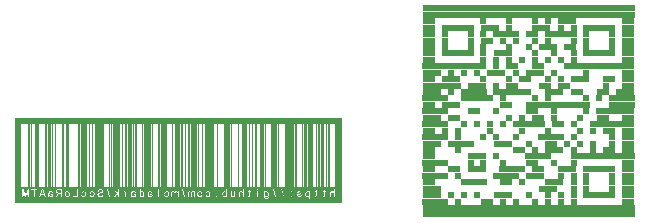
<source format=gbo>
G04*
G04 #@! TF.GenerationSoftware,Altium Limited,Altium Designer,19.1.5 (86)*
G04*
G04 Layer_Color=32896*
%FSLAX44Y44*%
%MOMM*%
G71*
G01*
G75*
%ADD50R,18.0000X0.5450*%
%ADD51R,18.0000X0.5460*%
%ADD52R,1.0910X0.5450*%
%ADD53R,0.5460X0.5450*%
%ADD54R,0.5450X0.5450*%
%ADD55R,0.5450X0.5450*%
%ADD56R,0.5460X0.5450*%
%ADD57R,1.0910X0.5450*%
%ADD58R,2.1820X0.5450*%
%ADD59R,1.0910X0.5460*%
%ADD60R,2.7280X0.5460*%
%ADD61R,0.5460X0.5460*%
%ADD62R,0.5450X0.5460*%
%ADD63R,0.5450X0.5460*%
%ADD64R,0.5460X0.5460*%
%ADD65R,1.6360X0.5460*%
%ADD66R,1.0910X0.5450*%
%ADD67R,0.5460X0.5450*%
%ADD68R,1.6370X0.5450*%
%ADD69R,1.6360X0.5450*%
%ADD70R,2.1820X0.5460*%
%ADD71R,1.0910X0.5460*%
%ADD72R,0.5450X0.5450*%
%ADD73R,1.6370X0.5450*%
%ADD74R,2.1820X0.5450*%
%ADD75R,1.0910X0.5460*%
%ADD76R,2.7280X0.5460*%
%ADD77R,1.6360X0.5460*%
%ADD78R,1.0910X0.5460*%
%ADD79R,2.1820X0.5460*%
%ADD80R,1.6370X0.5460*%
%ADD81R,0.5460X0.5450*%
%ADD82R,5.4550X0.5460*%
%ADD83R,1.6370X0.5460*%
%ADD84R,1.0910X0.5450*%
%ADD85R,0.5450X0.5450*%
%ADD86R,0.5460X0.5460*%
%ADD87R,0.5450X0.5460*%
%ADD88R,3.8180X0.5460*%
%ADD89R,3.2730X0.5460*%
%ADD90R,5.4550X0.5450*%
%ADD91R,2.7270X0.5460*%
%ADD92R,3.2730X0.5450*%
%ADD93R,1.0900X0.5460*%
%ADD94R,3.2730X0.5460*%
%ADD95R,1.6370X0.5450*%
%ADD96R,6.0000X0.5460*%
%ADD97R,2.7270X0.5450*%
%ADD98R,1.6360X0.5460*%
%ADD99R,18.0000X0.5460*%
G36*
X330000Y67500D02*
X53140D01*
Y139398D01*
X330000D01*
Y67500D01*
D02*
G37*
%LPC*%
G36*
X324920Y134318D02*
X324613D01*
Y80978D01*
X324920D01*
Y134318D01*
D02*
G37*
G36*
X324000D02*
X323694D01*
Y80978D01*
X324000D01*
Y134318D01*
D02*
G37*
G36*
X323387D02*
X322774D01*
Y80978D01*
X323387D01*
Y134318D01*
D02*
G37*
G36*
X322468D02*
X321855D01*
Y80978D01*
X322468D01*
Y134318D01*
D02*
G37*
G36*
X321548D02*
X321241D01*
Y80978D01*
X321548D01*
Y134318D01*
D02*
G37*
G36*
X320935D02*
X320628D01*
Y80978D01*
X320935D01*
Y134318D01*
D02*
G37*
G36*
X320015D02*
X319709D01*
Y80978D01*
X320015D01*
Y134318D01*
D02*
G37*
G36*
X319402D02*
X319095D01*
Y80978D01*
X319402D01*
Y134318D01*
D02*
G37*
G36*
X318482D02*
X318176D01*
Y80978D01*
X318482D01*
Y134318D01*
D02*
G37*
G36*
X317563D02*
X317256D01*
Y80978D01*
X317563D01*
Y134318D01*
D02*
G37*
G36*
X316950D02*
X316643D01*
Y80978D01*
X316950D01*
Y134318D01*
D02*
G37*
G36*
X316336D02*
X316030D01*
Y80978D01*
X316336D01*
Y134318D01*
D02*
G37*
G36*
X315723D02*
X315110D01*
Y80978D01*
X315723D01*
Y134318D01*
D02*
G37*
G36*
X314804D02*
X314191D01*
Y80978D01*
X314804D01*
Y134318D01*
D02*
G37*
G36*
X313578D02*
X313271D01*
Y80978D01*
X313578D01*
Y134318D01*
D02*
G37*
G36*
X312964D02*
X312658D01*
Y80978D01*
X312964D01*
Y134318D01*
D02*
G37*
G36*
X312045D02*
X311738D01*
Y80978D01*
X312045D01*
Y134318D01*
D02*
G37*
G36*
X311432D02*
X311125D01*
Y80978D01*
X311432D01*
Y134318D01*
D02*
G37*
G36*
X310512D02*
X310205D01*
Y80978D01*
X310512D01*
Y134318D01*
D02*
G37*
G36*
X309592D02*
X309286D01*
Y80978D01*
X309592D01*
Y134318D01*
D02*
G37*
G36*
X308979D02*
X308673D01*
Y80978D01*
X308979D01*
Y134318D01*
D02*
G37*
G36*
X308366D02*
X308060D01*
Y80978D01*
X308366D01*
Y134318D01*
D02*
G37*
G36*
X307753D02*
X307140D01*
Y80978D01*
X307753D01*
Y134318D01*
D02*
G37*
G36*
X306833D02*
X306220D01*
Y80978D01*
X306833D01*
Y134318D01*
D02*
G37*
G36*
X305607D02*
X305301D01*
Y80978D01*
X305607D01*
Y134318D01*
D02*
G37*
G36*
X304994D02*
X304688D01*
Y80978D01*
X304994D01*
Y134318D01*
D02*
G37*
G36*
X304074D02*
X303768D01*
Y80978D01*
X304074D01*
Y134318D01*
D02*
G37*
G36*
X303461D02*
X303155D01*
Y80978D01*
X303461D01*
Y134318D01*
D02*
G37*
G36*
X302542D02*
X302235D01*
Y80978D01*
X302542D01*
Y134318D01*
D02*
G37*
G36*
X301622D02*
X301315D01*
Y80978D01*
X301622D01*
Y134318D01*
D02*
G37*
G36*
X301009D02*
X300702D01*
Y80978D01*
X301009D01*
Y134318D01*
D02*
G37*
G36*
X300396D02*
X299783D01*
Y80978D01*
X300396D01*
Y134318D01*
D02*
G37*
G36*
X299476D02*
X298863D01*
Y80978D01*
X299476D01*
Y134318D01*
D02*
G37*
G36*
X298556D02*
X298250D01*
Y80978D01*
X298556D01*
Y134318D01*
D02*
G37*
G36*
X297637D02*
X297330D01*
Y80978D01*
X297637D01*
Y134318D01*
D02*
G37*
G36*
X297024D02*
X296717D01*
Y80978D01*
X297024D01*
Y134318D01*
D02*
G37*
G36*
X296104D02*
X295798D01*
Y80978D01*
X296104D01*
Y134318D01*
D02*
G37*
G36*
X295491D02*
X295184D01*
Y80978D01*
X295491D01*
Y134318D01*
D02*
G37*
G36*
X294571D02*
X294265D01*
Y80978D01*
X294571D01*
Y134318D01*
D02*
G37*
G36*
X293652D02*
X293345D01*
Y80978D01*
X293652D01*
Y134318D01*
D02*
G37*
G36*
X293039D02*
X292732D01*
Y80978D01*
X293039D01*
Y134318D01*
D02*
G37*
G36*
X292425D02*
X291812D01*
Y80978D01*
X292425D01*
Y134318D01*
D02*
G37*
G36*
X291506D02*
X291199D01*
Y80978D01*
X291506D01*
Y134318D01*
D02*
G37*
G36*
X290893D02*
X290280D01*
Y80978D01*
X290893D01*
Y134318D01*
D02*
G37*
G36*
X289667D02*
X289360D01*
Y80978D01*
X289667D01*
Y134318D01*
D02*
G37*
G36*
X289053D02*
X288747D01*
Y80978D01*
X289053D01*
Y134318D01*
D02*
G37*
G36*
X288134D02*
X287827D01*
Y80978D01*
X288134D01*
Y134318D01*
D02*
G37*
G36*
X287214D02*
X286908D01*
Y80978D01*
X287214D01*
Y134318D01*
D02*
G37*
G36*
X286601D02*
X286294D01*
Y80978D01*
X286601D01*
Y134318D01*
D02*
G37*
G36*
X285681D02*
X285375D01*
Y80978D01*
X285681D01*
Y134318D01*
D02*
G37*
G36*
X285068D02*
X284762D01*
Y80978D01*
X285068D01*
Y134318D01*
D02*
G37*
G36*
X284149D02*
X283535D01*
Y80978D01*
X284149D01*
Y134318D01*
D02*
G37*
G36*
X283229D02*
X282616D01*
Y80978D01*
X283229D01*
Y134318D01*
D02*
G37*
G36*
X282309D02*
X282003D01*
Y80978D01*
X282309D01*
Y134318D01*
D02*
G37*
G36*
X281696D02*
X281390D01*
Y80978D01*
X281696D01*
Y134318D01*
D02*
G37*
G36*
X281083D02*
X280776D01*
Y80978D01*
X281083D01*
Y134318D01*
D02*
G37*
G36*
X280163D02*
X279857D01*
Y80978D01*
X280163D01*
Y134318D01*
D02*
G37*
G36*
X279244D02*
X278937D01*
Y80978D01*
X279244D01*
Y134318D01*
D02*
G37*
G36*
X278631D02*
X278324D01*
Y80978D01*
X278631D01*
Y134318D01*
D02*
G37*
G36*
X277711D02*
X277404D01*
Y80978D01*
X277711D01*
Y134318D01*
D02*
G37*
G36*
X277098D02*
X276485D01*
Y80978D01*
X277098D01*
Y134318D01*
D02*
G37*
G36*
X276178D02*
X275872D01*
Y80978D01*
X276178D01*
Y134318D01*
D02*
G37*
G36*
X275565D02*
X274952D01*
Y80978D01*
X275565D01*
Y134318D01*
D02*
G37*
G36*
X274645D02*
X274339D01*
Y80978D01*
X274645D01*
Y134318D01*
D02*
G37*
G36*
X273726D02*
X273419D01*
Y80978D01*
X273726D01*
Y134318D01*
D02*
G37*
G36*
X273113D02*
X272806D01*
Y80978D01*
X273113D01*
Y134318D01*
D02*
G37*
G36*
X272193D02*
X271886D01*
Y80978D01*
X272193D01*
Y134318D01*
D02*
G37*
G36*
X271273D02*
X270967D01*
Y80978D01*
X271273D01*
Y134318D01*
D02*
G37*
G36*
X270660D02*
X270354D01*
Y80978D01*
X270660D01*
Y134318D01*
D02*
G37*
G36*
X269741D02*
X269434D01*
Y80978D01*
X269741D01*
Y134318D01*
D02*
G37*
G36*
X269127D02*
X268514D01*
Y80978D01*
X269127D01*
Y134318D01*
D02*
G37*
G36*
X268208D02*
X267901D01*
Y80978D01*
X268208D01*
Y134318D01*
D02*
G37*
G36*
X267595D02*
X266982D01*
Y80978D01*
X267595D01*
Y134318D01*
D02*
G37*
G36*
X266675D02*
X266369D01*
Y80978D01*
X266675D01*
Y134318D01*
D02*
G37*
G36*
X265755D02*
X265449D01*
Y80978D01*
X265755D01*
Y134318D01*
D02*
G37*
G36*
X265142D02*
X264836D01*
Y80978D01*
X265142D01*
Y134318D01*
D02*
G37*
G36*
X264223D02*
X263916D01*
Y80978D01*
X264223D01*
Y134318D01*
D02*
G37*
G36*
X263610D02*
X263303D01*
Y80978D01*
X263610D01*
Y134318D01*
D02*
G37*
G36*
X262690D02*
X262383D01*
Y80978D01*
X262690D01*
Y134318D01*
D02*
G37*
G36*
X261770D02*
X261464D01*
Y80978D01*
X261770D01*
Y134318D01*
D02*
G37*
G36*
X261157D02*
X260851D01*
Y80978D01*
X261157D01*
Y134318D01*
D02*
G37*
G36*
X260544D02*
X260237D01*
Y80978D01*
X260544D01*
Y134318D01*
D02*
G37*
G36*
X259931D02*
X259624D01*
Y80978D01*
X259931D01*
Y134318D01*
D02*
G37*
G36*
X259011D02*
X258398D01*
Y80978D01*
X259011D01*
Y134318D01*
D02*
G37*
G36*
X258092D02*
X257478D01*
Y80978D01*
X258092D01*
Y134318D01*
D02*
G37*
G36*
X257172D02*
X256865D01*
Y80978D01*
X257172D01*
Y134318D01*
D02*
G37*
G36*
X256252D02*
X255946D01*
Y80978D01*
X256252D01*
Y134318D01*
D02*
G37*
G36*
X255639D02*
X255333D01*
Y80978D01*
X255639D01*
Y134318D01*
D02*
G37*
G36*
X254720D02*
X254413D01*
Y80978D01*
X254720D01*
Y134318D01*
D02*
G37*
G36*
X253800D02*
X253493D01*
Y80978D01*
X253800D01*
Y134318D01*
D02*
G37*
G36*
X253187D02*
X252880D01*
Y80978D01*
X253187D01*
Y134318D01*
D02*
G37*
G36*
X252574D02*
X251961D01*
Y80978D01*
X252574D01*
Y134318D01*
D02*
G37*
G36*
X251654D02*
X251347D01*
Y80978D01*
X251654D01*
Y134318D01*
D02*
G37*
G36*
X250734D02*
X250121D01*
Y80978D01*
X250734D01*
Y134318D01*
D02*
G37*
G36*
X249815D02*
X249508D01*
Y80978D01*
X249815D01*
Y134318D01*
D02*
G37*
G36*
X249202D02*
X248895D01*
Y80978D01*
X249202D01*
Y134318D01*
D02*
G37*
G36*
X248282D02*
X247975D01*
Y80978D01*
X248282D01*
Y134318D01*
D02*
G37*
G36*
X247669D02*
X247362D01*
Y80978D01*
X247669D01*
Y134318D01*
D02*
G37*
G36*
X246749D02*
X246443D01*
Y80978D01*
X246749D01*
Y134318D01*
D02*
G37*
G36*
X245829D02*
X245523D01*
Y80978D01*
X245829D01*
Y134318D01*
D02*
G37*
G36*
X245216D02*
X244910D01*
Y80978D01*
X245216D01*
Y134318D01*
D02*
G37*
G36*
X244603D02*
X244297D01*
Y80978D01*
X244603D01*
Y134318D01*
D02*
G37*
G36*
X243990D02*
X243377D01*
Y80978D01*
X243990D01*
Y134318D01*
D02*
G37*
G36*
X243071D02*
X242457D01*
Y80978D01*
X243071D01*
Y134318D01*
D02*
G37*
G36*
X241844D02*
X241538D01*
Y80978D01*
X241844D01*
Y134318D01*
D02*
G37*
G36*
X241231D02*
X240925D01*
Y80978D01*
X241231D01*
Y134318D01*
D02*
G37*
G36*
X240312D02*
X240005D01*
Y80978D01*
X240312D01*
Y134318D01*
D02*
G37*
G36*
X239698D02*
X239392D01*
Y80978D01*
X239698D01*
Y134318D01*
D02*
G37*
G36*
X238779D02*
X238472D01*
Y80978D01*
X238779D01*
Y134318D01*
D02*
G37*
G36*
X237859D02*
X237553D01*
Y80978D01*
X237859D01*
Y134318D01*
D02*
G37*
G36*
X237246D02*
X236633D01*
Y80978D01*
X237246D01*
Y134318D01*
D02*
G37*
G36*
X236020D02*
X235713D01*
Y80978D01*
X236020D01*
Y134318D01*
D02*
G37*
G36*
X235407D02*
X235100D01*
Y80978D01*
X235407D01*
Y134318D01*
D02*
G37*
G36*
X234793D02*
X234487D01*
Y80978D01*
X234793D01*
Y134318D01*
D02*
G37*
G36*
X234180D02*
X233567D01*
Y80978D01*
X234180D01*
Y134318D01*
D02*
G37*
G36*
X233261D02*
X232954D01*
Y80978D01*
X233261D01*
Y134318D01*
D02*
G37*
G36*
X232341D02*
X232035D01*
Y80978D01*
X232341D01*
Y134318D01*
D02*
G37*
G36*
X231728D02*
X231422D01*
Y80978D01*
X231728D01*
Y134318D01*
D02*
G37*
G36*
X230808D02*
X230502D01*
Y80978D01*
X230808D01*
Y134318D01*
D02*
G37*
G36*
X229889D02*
X229582D01*
Y80978D01*
X229889D01*
Y134318D01*
D02*
G37*
G36*
X229276D02*
X228969D01*
Y80978D01*
X229276D01*
Y134318D01*
D02*
G37*
G36*
X228662D02*
X228049D01*
Y80978D01*
X228662D01*
Y134318D01*
D02*
G37*
G36*
X227743D02*
X227436D01*
Y80978D01*
X227743D01*
Y134318D01*
D02*
G37*
G36*
X226823D02*
X226517D01*
Y80978D01*
X226823D01*
Y134318D01*
D02*
G37*
G36*
X226210D02*
X225597D01*
Y80978D01*
X226210D01*
Y134318D01*
D02*
G37*
G36*
X225290D02*
X224677D01*
Y80978D01*
X225290D01*
Y134318D01*
D02*
G37*
G36*
X224064D02*
X223758D01*
Y80978D01*
X224064D01*
Y134318D01*
D02*
G37*
G36*
X223451D02*
X223144D01*
Y80978D01*
X223451D01*
Y134318D01*
D02*
G37*
G36*
X222838D02*
X222225D01*
Y80978D01*
X222838D01*
Y134318D01*
D02*
G37*
G36*
X221918D02*
X221612D01*
Y80978D01*
X221918D01*
Y134318D01*
D02*
G37*
G36*
X221305D02*
X220999D01*
Y80978D01*
X221305D01*
Y134318D01*
D02*
G37*
G36*
X220386D02*
X220079D01*
Y80978D01*
X220386D01*
Y134318D01*
D02*
G37*
G36*
X219772D02*
X219466D01*
Y80978D01*
X219772D01*
Y134318D01*
D02*
G37*
G36*
X218853D02*
X218546D01*
Y80978D01*
X218853D01*
Y134318D01*
D02*
G37*
G36*
X217933D02*
X217627D01*
Y80978D01*
X217933D01*
Y134318D01*
D02*
G37*
G36*
X217320D02*
X216707D01*
Y80978D01*
X217320D01*
Y134318D01*
D02*
G37*
G36*
X216400D02*
X215787D01*
Y80978D01*
X216400D01*
Y134318D01*
D02*
G37*
G36*
X215481D02*
X215174D01*
Y80978D01*
X215481D01*
Y134318D01*
D02*
G37*
G36*
X214561D02*
X214254D01*
Y80978D01*
X214561D01*
Y134318D01*
D02*
G37*
G36*
X213948D02*
X213641D01*
Y80978D01*
X213948D01*
Y134318D01*
D02*
G37*
G36*
X213335D02*
X213028D01*
Y80978D01*
X213335D01*
Y134318D01*
D02*
G37*
G36*
X212415D02*
X212109D01*
Y80978D01*
X212415D01*
Y134318D01*
D02*
G37*
G36*
X211802D02*
X211495D01*
Y80978D01*
X211802D01*
Y134318D01*
D02*
G37*
G36*
X210882D02*
X210576D01*
Y80978D01*
X210882D01*
Y134318D01*
D02*
G37*
G36*
X209963D02*
X209656D01*
Y80978D01*
X209963D01*
Y134318D01*
D02*
G37*
G36*
X209350D02*
X208737D01*
Y80978D01*
X209350D01*
Y134318D01*
D02*
G37*
G36*
X208430D02*
X208123D01*
Y80978D01*
X208430D01*
Y134318D01*
D02*
G37*
G36*
X207817D02*
X207204D01*
Y80978D01*
X207817D01*
Y134318D01*
D02*
G37*
G36*
X206897D02*
X206591D01*
Y80978D01*
X206897D01*
Y134318D01*
D02*
G37*
G36*
X205978D02*
X205671D01*
Y80978D01*
X205978D01*
Y134318D01*
D02*
G37*
G36*
X205364D02*
X205058D01*
Y80978D01*
X205364D01*
Y134318D01*
D02*
G37*
G36*
X204445D02*
X204138D01*
Y80978D01*
X204445D01*
Y134318D01*
D02*
G37*
G36*
X203832D02*
X203525D01*
Y80978D01*
X203832D01*
Y134318D01*
D02*
G37*
G36*
X202912D02*
X202605D01*
Y80978D01*
X202912D01*
Y134318D01*
D02*
G37*
G36*
X201992D02*
X201686D01*
Y80978D01*
X201992D01*
Y134318D01*
D02*
G37*
G36*
X201379D02*
X200766D01*
Y80978D01*
X201379D01*
Y134318D01*
D02*
G37*
G36*
X200460D02*
X199846D01*
Y80978D01*
X200460D01*
Y134318D01*
D02*
G37*
G36*
X199540D02*
X199233D01*
Y80978D01*
X199540D01*
Y134318D01*
D02*
G37*
G36*
X198927D02*
X198620D01*
Y80978D01*
X198927D01*
Y134318D01*
D02*
G37*
G36*
X198007D02*
X197701D01*
Y80978D01*
X198007D01*
Y134318D01*
D02*
G37*
G36*
X197394D02*
X197088D01*
Y80978D01*
X197394D01*
Y134318D01*
D02*
G37*
G36*
X196474D02*
X196168D01*
Y80978D01*
X196474D01*
Y134318D01*
D02*
G37*
G36*
X195555D02*
X195248D01*
Y80978D01*
X195555D01*
Y134318D01*
D02*
G37*
G36*
X194942D02*
X194635D01*
Y80978D01*
X194942D01*
Y134318D01*
D02*
G37*
G36*
X194022D02*
X193715D01*
Y80978D01*
X194022D01*
Y134318D01*
D02*
G37*
G36*
X193409D02*
X192796D01*
Y80978D01*
X193409D01*
Y134318D01*
D02*
G37*
G36*
X192489D02*
X192183D01*
Y80978D01*
X192489D01*
Y134318D01*
D02*
G37*
G36*
X191876D02*
X191263D01*
Y80978D01*
X191876D01*
Y134318D01*
D02*
G37*
G36*
X190956D02*
X190650D01*
Y80978D01*
X190956D01*
Y134318D01*
D02*
G37*
G36*
X190037D02*
X189730D01*
Y80978D01*
X190037D01*
Y134318D01*
D02*
G37*
G36*
X189424D02*
X189117D01*
Y80978D01*
X189424D01*
Y134318D01*
D02*
G37*
G36*
X188504D02*
X188197D01*
Y80978D01*
X188504D01*
Y134318D01*
D02*
G37*
G36*
X187891D02*
X187584D01*
Y80978D01*
X187891D01*
Y134318D01*
D02*
G37*
G36*
X186971D02*
X186665D01*
Y80978D01*
X186971D01*
Y134318D01*
D02*
G37*
G36*
X186052D02*
X185745D01*
Y80978D01*
X186052D01*
Y134318D01*
D02*
G37*
G36*
X185439D02*
X184825D01*
Y80978D01*
X185439D01*
Y134318D01*
D02*
G37*
G36*
X184519D02*
X183906D01*
Y80978D01*
X184519D01*
Y134318D01*
D02*
G37*
G36*
X183599D02*
X183293D01*
Y80978D01*
X183599D01*
Y134318D01*
D02*
G37*
G36*
X182986D02*
X182680D01*
Y80978D01*
X182986D01*
Y134318D01*
D02*
G37*
G36*
X182066D02*
X181760D01*
Y80978D01*
X182066D01*
Y134318D01*
D02*
G37*
G36*
X181453D02*
X181147D01*
Y80978D01*
X181453D01*
Y134318D01*
D02*
G37*
G36*
X180534D02*
X180227D01*
Y80978D01*
X180534D01*
Y134318D01*
D02*
G37*
G36*
X179921D02*
X179614D01*
Y80978D01*
X179921D01*
Y134318D01*
D02*
G37*
G36*
X179001D02*
X178694D01*
Y80978D01*
X179001D01*
Y134318D01*
D02*
G37*
G36*
X178081D02*
X177775D01*
Y80978D01*
X178081D01*
Y134318D01*
D02*
G37*
G36*
X177468D02*
X176855D01*
Y80978D01*
X177468D01*
Y134318D01*
D02*
G37*
G36*
X176549D02*
X176242D01*
Y80978D01*
X176549D01*
Y134318D01*
D02*
G37*
G36*
X175935D02*
X175322D01*
Y80978D01*
X175935D01*
Y134318D01*
D02*
G37*
G36*
X174709D02*
X174403D01*
Y80978D01*
X174709D01*
Y134318D01*
D02*
G37*
G36*
X174096D02*
X173790D01*
Y80978D01*
X174096D01*
Y134318D01*
D02*
G37*
G36*
X173483D02*
X173176D01*
Y80978D01*
X173483D01*
Y134318D01*
D02*
G37*
G36*
X172563D02*
X172257D01*
Y80978D01*
X172563D01*
Y134318D01*
D02*
G37*
G36*
X171950D02*
X171644D01*
Y80978D01*
X171950D01*
Y134318D01*
D02*
G37*
G36*
X171031D02*
X170724D01*
Y80978D01*
X171031D01*
Y134318D01*
D02*
G37*
G36*
X170111D02*
X169804D01*
Y80978D01*
X170111D01*
Y134318D01*
D02*
G37*
G36*
X169498D02*
X169191D01*
Y80978D01*
X169498D01*
Y134318D01*
D02*
G37*
G36*
X168885D02*
X168272D01*
Y80978D01*
X168885D01*
Y134318D01*
D02*
G37*
G36*
X167965D02*
X167659D01*
Y80978D01*
X167965D01*
Y134318D01*
D02*
G37*
G36*
X167352D02*
X167045D01*
Y80978D01*
X167352D01*
Y134318D01*
D02*
G37*
G36*
X166432D02*
X165819D01*
Y80978D01*
X166432D01*
Y134318D01*
D02*
G37*
G36*
X165513D02*
X165206D01*
Y80978D01*
X165513D01*
Y134318D01*
D02*
G37*
G36*
X164593D02*
X164286D01*
Y80978D01*
X164593D01*
Y134318D01*
D02*
G37*
G36*
X163980D02*
X163673D01*
Y80978D01*
X163980D01*
Y134318D01*
D02*
G37*
G36*
X163060D02*
X162754D01*
Y80978D01*
X163060D01*
Y134318D01*
D02*
G37*
G36*
X162141D02*
X161834D01*
Y80978D01*
X162141D01*
Y134318D01*
D02*
G37*
G36*
X161528D02*
X160914D01*
Y80978D01*
X161528D01*
Y134318D01*
D02*
G37*
G36*
X160608D02*
X160301D01*
Y80978D01*
X160608D01*
Y134318D01*
D02*
G37*
G36*
X159995D02*
X159688D01*
Y80978D01*
X159995D01*
Y134318D01*
D02*
G37*
G36*
X159075D02*
X158769D01*
Y80978D01*
X159075D01*
Y134318D01*
D02*
G37*
G36*
X158462D02*
X157849D01*
Y80978D01*
X158462D01*
Y134318D01*
D02*
G37*
G36*
X157542D02*
X157236D01*
Y80978D01*
X157542D01*
Y134318D01*
D02*
G37*
G36*
X156623D02*
X156316D01*
Y80978D01*
X156623D01*
Y134318D01*
D02*
G37*
G36*
X156010D02*
X155703D01*
Y80978D01*
X156010D01*
Y134318D01*
D02*
G37*
G36*
X155090D02*
X154783D01*
Y80978D01*
X155090D01*
Y134318D01*
D02*
G37*
G36*
X154170D02*
X153864D01*
Y80978D01*
X154170D01*
Y134318D01*
D02*
G37*
G36*
X153557D02*
X153251D01*
Y80978D01*
X153557D01*
Y134318D01*
D02*
G37*
G36*
X152944D02*
X152637D01*
Y80978D01*
X152944D01*
Y134318D01*
D02*
G37*
G36*
X152331D02*
X151718D01*
Y80978D01*
X152331D01*
Y134318D01*
D02*
G37*
G36*
X151105D02*
X150798D01*
Y80978D01*
X151105D01*
Y134318D01*
D02*
G37*
G36*
X150492D02*
X149879D01*
Y80978D01*
X150492D01*
Y134318D01*
D02*
G37*
G36*
X149572D02*
X149265D01*
Y80978D01*
X149572D01*
Y134318D01*
D02*
G37*
G36*
X148652D02*
X148346D01*
Y80978D01*
X148652D01*
Y134318D01*
D02*
G37*
G36*
X148039D02*
X147733D01*
Y80978D01*
X148039D01*
Y134318D01*
D02*
G37*
G36*
X147120D02*
X146813D01*
Y80978D01*
X147120D01*
Y134318D01*
D02*
G37*
G36*
X146200D02*
X145893D01*
Y80978D01*
X146200D01*
Y134318D01*
D02*
G37*
G36*
X145587D02*
X144974D01*
Y80978D01*
X145587D01*
Y134318D01*
D02*
G37*
G36*
X144667D02*
X144361D01*
Y80978D01*
X144667D01*
Y134318D01*
D02*
G37*
G36*
X144054D02*
X143747D01*
Y80978D01*
X144054D01*
Y134318D01*
D02*
G37*
G36*
X143134D02*
X142828D01*
Y80978D01*
X143134D01*
Y134318D01*
D02*
G37*
G36*
X142521D02*
X141908D01*
Y80978D01*
X142521D01*
Y134318D01*
D02*
G37*
G36*
X141601D02*
X141295D01*
Y80978D01*
X141601D01*
Y134318D01*
D02*
G37*
G36*
X140682D02*
X140375D01*
Y80978D01*
X140682D01*
Y134318D01*
D02*
G37*
G36*
X140069D02*
X139762D01*
Y80978D01*
X140069D01*
Y134318D01*
D02*
G37*
G36*
X139149D02*
X138843D01*
Y80978D01*
X139149D01*
Y134318D01*
D02*
G37*
G36*
X138230D02*
X137923D01*
Y80978D01*
X138230D01*
Y134318D01*
D02*
G37*
G36*
X137616D02*
X137003D01*
Y80978D01*
X137616D01*
Y134318D01*
D02*
G37*
G36*
X136697D02*
X136390D01*
Y80978D01*
X136697D01*
Y134318D01*
D02*
G37*
G36*
X136084D02*
X135777D01*
Y80978D01*
X136084D01*
Y134318D01*
D02*
G37*
G36*
X135471D02*
X134857D01*
Y80978D01*
X135471D01*
Y134318D01*
D02*
G37*
G36*
X134244D02*
X133938D01*
Y80978D01*
X134244D01*
Y134318D01*
D02*
G37*
G36*
X133631D02*
X133325D01*
Y80978D01*
X133631D01*
Y134318D01*
D02*
G37*
G36*
X132711D02*
X132405D01*
Y80978D01*
X132711D01*
Y134318D01*
D02*
G37*
G36*
X132098D02*
X131792D01*
Y80978D01*
X132098D01*
Y134318D01*
D02*
G37*
G36*
X131179D02*
X130872D01*
Y80978D01*
X131179D01*
Y134318D01*
D02*
G37*
G36*
X130259D02*
X129952D01*
Y80978D01*
X130259D01*
Y134318D01*
D02*
G37*
G36*
X129646D02*
X129033D01*
Y80978D01*
X129646D01*
Y134318D01*
D02*
G37*
G36*
X128726D02*
X128420D01*
Y80978D01*
X128726D01*
Y134318D01*
D02*
G37*
G36*
X128113D02*
X127807D01*
Y80978D01*
X128113D01*
Y134318D01*
D02*
G37*
G36*
X127500D02*
X127194D01*
Y80978D01*
X127500D01*
Y134318D01*
D02*
G37*
G36*
X126580D02*
X125967D01*
Y80978D01*
X126580D01*
Y134318D01*
D02*
G37*
G36*
X125661D02*
X125354D01*
Y80978D01*
X125661D01*
Y134318D01*
D02*
G37*
G36*
X124741D02*
X124435D01*
Y80978D01*
X124741D01*
Y134318D01*
D02*
G37*
G36*
X123821D02*
X123515D01*
Y80978D01*
X123821D01*
Y134318D01*
D02*
G37*
G36*
X123208D02*
X122902D01*
Y80978D01*
X123208D01*
Y134318D01*
D02*
G37*
G36*
X122289D02*
X121982D01*
Y80978D01*
X122289D01*
Y134318D01*
D02*
G37*
G36*
X121676D02*
X121062D01*
Y80978D01*
X121676D01*
Y134318D01*
D02*
G37*
G36*
X120756D02*
X120449D01*
Y80978D01*
X120756D01*
Y134318D01*
D02*
G37*
G36*
X120143D02*
X119530D01*
Y80978D01*
X120143D01*
Y134318D01*
D02*
G37*
G36*
X119223D02*
X118917D01*
Y80978D01*
X119223D01*
Y134318D01*
D02*
G37*
G36*
X118303D02*
X117997D01*
Y80978D01*
X118303D01*
Y134318D01*
D02*
G37*
G36*
X117690D02*
X117384D01*
Y80978D01*
X117690D01*
Y134318D01*
D02*
G37*
G36*
X117077D02*
X116464D01*
Y80978D01*
X117077D01*
Y134318D01*
D02*
G37*
G36*
X116158D02*
X115851D01*
Y80978D01*
X116158D01*
Y134318D01*
D02*
G37*
G36*
X115545D02*
X114931D01*
Y80978D01*
X115545D01*
Y134318D01*
D02*
G37*
G36*
X114318D02*
X114012D01*
Y80978D01*
X114318D01*
Y134318D01*
D02*
G37*
G36*
X113705D02*
X113399D01*
Y80978D01*
X113705D01*
Y134318D01*
D02*
G37*
G36*
X112786D02*
X112479D01*
Y80978D01*
X112786D01*
Y134318D01*
D02*
G37*
G36*
X112172D02*
X111866D01*
Y80978D01*
X112172D01*
Y134318D01*
D02*
G37*
G36*
X111253D02*
X110946D01*
Y80978D01*
X111253D01*
Y134318D01*
D02*
G37*
G36*
X110333D02*
X110027D01*
Y80978D01*
X110333D01*
Y134318D01*
D02*
G37*
G36*
X109720D02*
X109107D01*
Y80978D01*
X109720D01*
Y134318D01*
D02*
G37*
G36*
X108800D02*
X108494D01*
Y80978D01*
X108800D01*
Y134318D01*
D02*
G37*
G36*
X108187D02*
X107574D01*
Y80978D01*
X108187D01*
Y134318D01*
D02*
G37*
G36*
X106961D02*
X106655D01*
Y80978D01*
X106961D01*
Y134318D01*
D02*
G37*
G36*
X106348D02*
X106041D01*
Y80978D01*
X106348D01*
Y134318D01*
D02*
G37*
G36*
X105735D02*
X105428D01*
Y80978D01*
X105735D01*
Y134318D01*
D02*
G37*
G36*
X104815D02*
X104509D01*
Y80978D01*
X104815D01*
Y134318D01*
D02*
G37*
G36*
X104202D02*
X103896D01*
Y80978D01*
X104202D01*
Y134318D01*
D02*
G37*
G36*
X103282D02*
X102976D01*
Y80978D01*
X103282D01*
Y134318D01*
D02*
G37*
G36*
X102363D02*
X102056D01*
Y80978D01*
X102363D01*
Y134318D01*
D02*
G37*
G36*
X101750D02*
X101137D01*
Y80978D01*
X101750D01*
Y134318D01*
D02*
G37*
G36*
X100830D02*
X100217D01*
Y80978D01*
X100830D01*
Y134318D01*
D02*
G37*
G36*
X99910D02*
X99604D01*
Y80978D01*
X99910D01*
Y134318D01*
D02*
G37*
G36*
X98991D02*
X98684D01*
Y80978D01*
X98991D01*
Y134318D01*
D02*
G37*
G36*
X98378D02*
X98071D01*
Y80978D01*
X98378D01*
Y134318D01*
D02*
G37*
G36*
X97765D02*
X97458D01*
Y80978D01*
X97765D01*
Y134318D01*
D02*
G37*
G36*
X97151D02*
X96538D01*
Y80978D01*
X97151D01*
Y134318D01*
D02*
G37*
G36*
X96232D02*
X95925D01*
Y80978D01*
X96232D01*
Y134318D01*
D02*
G37*
G36*
X95619D02*
X95312D01*
Y80978D01*
X95619D01*
Y134318D01*
D02*
G37*
G36*
X94699D02*
X94086D01*
Y80978D01*
X94699D01*
Y134318D01*
D02*
G37*
G36*
X93779D02*
X93473D01*
Y80978D01*
X93779D01*
Y134318D01*
D02*
G37*
G36*
X92860D02*
X92553D01*
Y80978D01*
X92860D01*
Y134318D01*
D02*
G37*
G36*
X92247D02*
X91940D01*
Y80978D01*
X92247D01*
Y134318D01*
D02*
G37*
G36*
X91327D02*
X91020D01*
Y80978D01*
X91327D01*
Y134318D01*
D02*
G37*
G36*
X90407D02*
X90101D01*
Y80978D01*
X90407D01*
Y134318D01*
D02*
G37*
G36*
X89794D02*
X89181D01*
Y80978D01*
X89794D01*
Y134318D01*
D02*
G37*
G36*
X88875D02*
X88568D01*
Y80978D01*
X88875D01*
Y134318D01*
D02*
G37*
G36*
X88261D02*
X87648D01*
Y80978D01*
X88261D01*
Y134318D01*
D02*
G37*
G36*
X87342D02*
X87035D01*
Y80978D01*
X87342D01*
Y134318D01*
D02*
G37*
G36*
X86422D02*
X86116D01*
Y80978D01*
X86422D01*
Y134318D01*
D02*
G37*
G36*
X85809D02*
X85196D01*
Y80978D01*
X85809D01*
Y134318D01*
D02*
G37*
G36*
X84889D02*
X84583D01*
Y80978D01*
X84889D01*
Y134318D01*
D02*
G37*
G36*
X84276D02*
X83970D01*
Y80978D01*
X84276D01*
Y134318D01*
D02*
G37*
G36*
X83663D02*
X83050D01*
Y80978D01*
X83663D01*
Y134318D01*
D02*
G37*
G36*
X82437D02*
X82130D01*
Y80978D01*
X82437D01*
Y134318D01*
D02*
G37*
G36*
X81824D02*
X81517D01*
Y80978D01*
X81824D01*
Y134318D01*
D02*
G37*
G36*
X80904D02*
X80598D01*
Y80978D01*
X80904D01*
Y134318D01*
D02*
G37*
G36*
X80291D02*
X79984D01*
Y80978D01*
X80291D01*
Y134318D01*
D02*
G37*
G36*
X79371D02*
X79065D01*
Y80978D01*
X79371D01*
Y134318D01*
D02*
G37*
G36*
X78452D02*
X78145D01*
Y80978D01*
X78452D01*
Y134318D01*
D02*
G37*
G36*
X77839D02*
X77225D01*
Y80978D01*
X77839D01*
Y134318D01*
D02*
G37*
G36*
X76919D02*
X76612D01*
Y80978D01*
X76919D01*
Y134318D01*
D02*
G37*
G36*
X76306D02*
X75999D01*
Y80978D01*
X76306D01*
Y134318D01*
D02*
G37*
G36*
X75386D02*
X75080D01*
Y80978D01*
X75386D01*
Y134318D01*
D02*
G37*
G36*
X74773D02*
X74160D01*
Y80978D01*
X74773D01*
Y134318D01*
D02*
G37*
G36*
X73853D02*
X73240D01*
Y80978D01*
X73853D01*
Y134318D01*
D02*
G37*
G36*
X72934D02*
X72627D01*
Y80978D01*
X72934D01*
Y134318D01*
D02*
G37*
G36*
X72321D02*
X72014D01*
Y80978D01*
X72321D01*
Y134318D01*
D02*
G37*
G36*
X71401D02*
X71094D01*
Y80978D01*
X71401D01*
Y134318D01*
D02*
G37*
G36*
X70788D02*
X70175D01*
Y80978D01*
X70788D01*
Y134318D01*
D02*
G37*
G36*
X69868D02*
X69562D01*
Y80978D01*
X69868D01*
Y134318D01*
D02*
G37*
G36*
X69255D02*
X68949D01*
Y80978D01*
X69255D01*
Y134318D01*
D02*
G37*
G36*
X68642D02*
X68029D01*
Y80978D01*
X68642D01*
Y134318D01*
D02*
G37*
G36*
X67722D02*
X67109D01*
Y80978D01*
X67722D01*
Y134318D01*
D02*
G37*
G36*
X66496D02*
X66190D01*
Y80978D01*
X66496D01*
Y134318D01*
D02*
G37*
G36*
X65883D02*
X65270D01*
Y80978D01*
X65883D01*
Y134318D01*
D02*
G37*
G36*
X64963D02*
X64350D01*
Y80978D01*
X64963D01*
Y134318D01*
D02*
G37*
G36*
X64044D02*
X63737D01*
Y80978D01*
X64044D01*
Y134318D01*
D02*
G37*
G36*
X63431D02*
X63124D01*
Y80978D01*
X63431D01*
Y134318D01*
D02*
G37*
G36*
X62511D02*
X62204D01*
Y80978D01*
X62511D01*
Y134318D01*
D02*
G37*
G36*
X61898D02*
X61591D01*
Y80978D01*
X61898D01*
Y134318D01*
D02*
G37*
G36*
X60978D02*
X60672D01*
Y80978D01*
X60978D01*
Y134318D01*
D02*
G37*
G36*
X60365D02*
X59752D01*
Y80978D01*
X60365D01*
Y134318D01*
D02*
G37*
G36*
X59445D02*
X58832D01*
Y80978D01*
X59445D01*
Y134318D01*
D02*
G37*
G36*
X58526D02*
X58219D01*
Y80978D01*
X58526D01*
Y134318D01*
D02*
G37*
G36*
X258798Y78988D02*
X258008D01*
Y78091D01*
X258798D01*
Y78988D01*
D02*
G37*
G36*
X232237D02*
X231446D01*
Y76706D01*
X231437Y76715D01*
X231427Y76735D01*
X231398Y76764D01*
X231359Y76803D01*
X231310Y76852D01*
X231252Y76901D01*
X231105Y77018D01*
X230930Y77135D01*
X230705Y77232D01*
X230588Y77271D01*
X230461Y77301D01*
X230325Y77320D01*
X230188Y77330D01*
X230110D01*
X230032Y77320D01*
X229925Y77311D01*
X229798Y77291D01*
X229662Y77252D01*
X229525Y77213D01*
X229379Y77154D01*
X229359Y77145D01*
X229310Y77125D01*
X229242Y77086D01*
X229154Y77028D01*
X229057Y76959D01*
X228959Y76872D01*
X228852Y76774D01*
X228755Y76667D01*
X228745Y76657D01*
X228715Y76608D01*
X228667Y76540D01*
X228608Y76452D01*
X228550Y76345D01*
X228481Y76218D01*
X228423Y76072D01*
X228364Y75906D01*
X228355Y75887D01*
X228345Y75828D01*
X228316Y75740D01*
X228286Y75623D01*
X228267Y75487D01*
X228238Y75331D01*
X228228Y75155D01*
X228218Y74970D01*
Y74960D01*
Y74921D01*
Y74853D01*
X228228Y74775D01*
X228238Y74667D01*
X228247Y74560D01*
X228267Y74423D01*
X228296Y74287D01*
X228364Y73994D01*
X228413Y73838D01*
X228472Y73682D01*
X228540Y73526D01*
X228618Y73380D01*
X228706Y73243D01*
X228813Y73116D01*
X228823Y73107D01*
X228842Y73087D01*
X228872Y73058D01*
X228920Y73019D01*
X228969Y72970D01*
X229037Y72912D01*
X229115Y72853D01*
X229213Y72795D01*
X229418Y72677D01*
X229652Y72570D01*
X229788Y72531D01*
X229925Y72502D01*
X230071Y72483D01*
X230227Y72473D01*
X230305D01*
X230364Y72483D01*
X230432Y72492D01*
X230510Y72512D01*
X230695Y72561D01*
X230793Y72590D01*
X230900Y72639D01*
X231008Y72697D01*
X231115Y72765D01*
X231212Y72843D01*
X231320Y72931D01*
X231417Y73038D01*
X231505Y73155D01*
Y72580D01*
X232237D01*
Y78988D01*
D02*
G37*
G36*
X323466D02*
X322676D01*
Y76696D01*
X322666Y76706D01*
X322647Y76725D01*
X322617Y76754D01*
X322579Y76793D01*
X322520Y76842D01*
X322461Y76901D01*
X322383Y76950D01*
X322296Y77018D01*
X322198Y77076D01*
X322100Y77125D01*
X321857Y77232D01*
X321730Y77271D01*
X321593Y77301D01*
X321447Y77320D01*
X321291Y77330D01*
X321203D01*
X321106Y77320D01*
X320989Y77301D01*
X320852Y77281D01*
X320706Y77242D01*
X320550Y77193D01*
X320403Y77125D01*
X320384Y77115D01*
X320345Y77086D01*
X320277Y77037D01*
X320189Y76979D01*
X320101Y76901D01*
X320013Y76803D01*
X319925Y76686D01*
X319857Y76560D01*
X319847Y76540D01*
X319828Y76491D01*
X319808Y76413D01*
X319769Y76296D01*
X319740Y76150D01*
X319721Y75964D01*
X319701Y75760D01*
X319691Y75516D01*
Y72580D01*
X320481D01*
Y75526D01*
Y75535D01*
Y75555D01*
Y75584D01*
Y75623D01*
X320491Y75721D01*
X320511Y75857D01*
X320550Y75994D01*
X320589Y76130D01*
X320657Y76267D01*
X320745Y76384D01*
X320755Y76394D01*
X320793Y76423D01*
X320852Y76472D01*
X320930Y76520D01*
X321028Y76569D01*
X321154Y76618D01*
X321291Y76647D01*
X321457Y76657D01*
X321515D01*
X321584Y76647D01*
X321671Y76638D01*
X321769Y76608D01*
X321886Y76579D01*
X322003Y76530D01*
X322120Y76472D01*
X322130Y76462D01*
X322169Y76442D01*
X322218Y76394D01*
X322286Y76345D01*
X322354Y76267D01*
X322432Y76189D01*
X322491Y76082D01*
X322549Y75974D01*
X322559Y75964D01*
X322569Y75916D01*
X322588Y75847D01*
X322608Y75750D01*
X322637Y75623D01*
X322657Y75477D01*
X322666Y75311D01*
X322676Y75116D01*
Y72580D01*
X323466D01*
Y78988D01*
D02*
G37*
G36*
X246264D02*
X245474D01*
Y76696D01*
X245464Y76706D01*
X245444Y76725D01*
X245415Y76754D01*
X245376Y76793D01*
X245317Y76842D01*
X245259Y76901D01*
X245181Y76950D01*
X245093Y77018D01*
X244996Y77076D01*
X244898Y77125D01*
X244654Y77232D01*
X244527Y77271D01*
X244391Y77301D01*
X244245Y77320D01*
X244089Y77330D01*
X244001D01*
X243903Y77320D01*
X243786Y77301D01*
X243650Y77281D01*
X243503Y77242D01*
X243347Y77193D01*
X243201Y77125D01*
X243181Y77115D01*
X243143Y77086D01*
X243074Y77037D01*
X242986Y76979D01*
X242899Y76901D01*
X242811Y76803D01*
X242723Y76686D01*
X242655Y76560D01*
X242645Y76540D01*
X242626Y76491D01*
X242606Y76413D01*
X242567Y76296D01*
X242538Y76150D01*
X242518Y75964D01*
X242499Y75760D01*
X242489Y75516D01*
Y72580D01*
X243279D01*
Y75526D01*
Y75535D01*
Y75555D01*
Y75584D01*
Y75623D01*
X243289Y75721D01*
X243308Y75857D01*
X243347Y75994D01*
X243386Y76130D01*
X243455Y76267D01*
X243542Y76384D01*
X243552Y76394D01*
X243591Y76423D01*
X243650Y76472D01*
X243728Y76520D01*
X243825Y76569D01*
X243952Y76618D01*
X244089Y76647D01*
X244254Y76657D01*
X244313D01*
X244381Y76647D01*
X244469Y76638D01*
X244566Y76608D01*
X244683Y76579D01*
X244801Y76530D01*
X244918Y76472D01*
X244927Y76462D01*
X244966Y76442D01*
X245015Y76394D01*
X245083Y76345D01*
X245152Y76267D01*
X245230Y76189D01*
X245288Y76082D01*
X245347Y75974D01*
X245357Y75964D01*
X245366Y75916D01*
X245386Y75847D01*
X245405Y75750D01*
X245435Y75623D01*
X245454Y75477D01*
X245464Y75311D01*
X245474Y75116D01*
Y72580D01*
X246264D01*
Y78988D01*
D02*
G37*
G36*
X265612Y77330D02*
X265534D01*
X265475Y77320D01*
X265407Y77311D01*
X265319Y77291D01*
X265134Y77242D01*
X265027Y77213D01*
X264919Y77164D01*
X264802Y77115D01*
X264685Y77047D01*
X264578Y76969D01*
X264461Y76881D01*
X264354Y76774D01*
X264256Y76657D01*
Y77223D01*
X263534D01*
Y73204D01*
Y73194D01*
Y73155D01*
Y73107D01*
Y73029D01*
X263544Y72941D01*
Y72843D01*
X263554Y72726D01*
X263564Y72609D01*
X263593Y72365D01*
X263632Y72112D01*
X263681Y71878D01*
X263720Y71770D01*
X263759Y71683D01*
Y71673D01*
X263769Y71663D01*
X263798Y71605D01*
X263856Y71527D01*
X263925Y71419D01*
X264022Y71302D01*
X264139Y71185D01*
X264286Y71068D01*
X264451Y70961D01*
X264461D01*
X264471Y70951D01*
X264500Y70941D01*
X264539Y70922D01*
X264637Y70873D01*
X264773Y70834D01*
X264949Y70785D01*
X265154Y70737D01*
X265378Y70707D01*
X265631Y70697D01*
X265709D01*
X265768Y70707D01*
X265836D01*
X265924Y70717D01*
X266109Y70746D01*
X266324Y70795D01*
X266548Y70854D01*
X266773Y70951D01*
X266977Y71078D01*
X266987D01*
X266997Y71097D01*
X267055Y71146D01*
X267134Y71234D01*
X267231Y71361D01*
X267319Y71517D01*
X267397Y71712D01*
X267446Y71936D01*
X267465Y72063D01*
Y72200D01*
X266704Y72092D01*
Y72073D01*
X266695Y72034D01*
X266675Y71975D01*
X266656Y71897D01*
X266617Y71810D01*
X266568Y71722D01*
X266509Y71644D01*
X266431Y71575D01*
X266422Y71566D01*
X266373Y71536D01*
X266314Y71507D01*
X266217Y71468D01*
X266109Y71419D01*
X265973Y71390D01*
X265807Y71361D01*
X265631Y71351D01*
X265544D01*
X265446Y71361D01*
X265319Y71380D01*
X265183Y71410D01*
X265046Y71449D01*
X264910Y71497D01*
X264793Y71575D01*
X264783Y71585D01*
X264744Y71614D01*
X264695Y71663D01*
X264627Y71731D01*
X264559Y71819D01*
X264500Y71917D01*
X264442Y72043D01*
X264393Y72180D01*
Y72190D01*
X264383Y72229D01*
X264373Y72297D01*
X264363Y72395D01*
X264344Y72531D01*
Y72619D01*
X264334Y72707D01*
Y72814D01*
Y72921D01*
Y73048D01*
Y73185D01*
X264344Y73175D01*
X264354Y73155D01*
X264383Y73126D01*
X264422Y73087D01*
X264480Y73048D01*
X264539Y72990D01*
X264685Y72882D01*
X264871Y72775D01*
X265095Y72677D01*
X265212Y72639D01*
X265339Y72609D01*
X265475Y72590D01*
X265612Y72580D01*
X265700D01*
X265768Y72590D01*
X265846Y72600D01*
X265944Y72619D01*
X266041Y72639D01*
X266158Y72668D01*
X266275Y72697D01*
X266392Y72746D01*
X266519Y72804D01*
X266636Y72873D01*
X266763Y72951D01*
X266880Y73038D01*
X266987Y73146D01*
X267094Y73263D01*
X267104Y73273D01*
X267114Y73292D01*
X267143Y73331D01*
X267173Y73390D01*
X267211Y73458D01*
X267260Y73536D01*
X267309Y73624D01*
X267358Y73731D01*
X267407Y73848D01*
X267455Y73975D01*
X267494Y74111D01*
X267543Y74258D01*
X267602Y74570D01*
X267611Y74745D01*
X267621Y74921D01*
Y74931D01*
Y74950D01*
Y74989D01*
Y75038D01*
X267611Y75096D01*
Y75165D01*
X267592Y75321D01*
X267563Y75516D01*
X267524Y75721D01*
X267465Y75935D01*
X267387Y76150D01*
Y76160D01*
X267377Y76179D01*
X267358Y76208D01*
X267338Y76247D01*
X267290Y76345D01*
X267211Y76472D01*
X267104Y76608D01*
X266987Y76754D01*
X266851Y76891D01*
X266685Y77018D01*
X266675D01*
X266665Y77028D01*
X266636Y77047D01*
X266607Y77067D01*
X266509Y77115D01*
X266383Y77174D01*
X266217Y77232D01*
X266041Y77281D01*
X265836Y77320D01*
X265612Y77330D01*
D02*
G37*
G36*
X203275D02*
X203188D01*
X203090Y77320D01*
X202973Y77301D01*
X202846Y77281D01*
X202700Y77242D01*
X202563Y77184D01*
X202437Y77115D01*
X202417Y77106D01*
X202378Y77076D01*
X202320Y77028D01*
X202251Y76959D01*
X202173Y76872D01*
X202095Y76774D01*
X202027Y76647D01*
X201968Y76511D01*
X201959Y76520D01*
X201939Y76550D01*
X201910Y76589D01*
X201871Y76638D01*
X201812Y76706D01*
X201744Y76774D01*
X201666Y76842D01*
X201578Y76920D01*
X201481Y76998D01*
X201373Y77067D01*
X201120Y77203D01*
X200983Y77252D01*
X200837Y77291D01*
X200691Y77320D01*
X200525Y77330D01*
X200457D01*
X200408Y77320D01*
X200349D01*
X200281Y77311D01*
X200135Y77281D01*
X199959Y77232D01*
X199784Y77164D01*
X199618Y77067D01*
X199462Y76940D01*
X199442Y76920D01*
X199403Y76872D01*
X199345Y76774D01*
X199267Y76647D01*
X199198Y76481D01*
X199140Y76286D01*
X199101Y76042D01*
X199081Y75906D01*
Y75760D01*
Y72580D01*
X199871D01*
Y75496D01*
Y75506D01*
Y75516D01*
Y75574D01*
Y75662D01*
X199881Y75760D01*
X199901Y75984D01*
X199920Y76091D01*
X199949Y76179D01*
Y76189D01*
X199969Y76218D01*
X199988Y76257D01*
X200018Y76306D01*
X200057Y76355D01*
X200105Y76413D01*
X200164Y76472D01*
X200232Y76520D01*
X200242Y76530D01*
X200271Y76540D01*
X200310Y76560D01*
X200359Y76589D01*
X200427Y76608D01*
X200515Y76628D01*
X200603Y76638D01*
X200700Y76647D01*
X200779D01*
X200876Y76628D01*
X200983Y76608D01*
X201110Y76569D01*
X201247Y76511D01*
X201393Y76423D01*
X201520Y76316D01*
X201530Y76296D01*
X201569Y76257D01*
X201617Y76179D01*
X201676Y76062D01*
X201744Y75916D01*
X201793Y75740D01*
X201832Y75526D01*
X201842Y75272D01*
Y72580D01*
X202632D01*
Y75594D01*
Y75604D01*
Y75613D01*
Y75643D01*
Y75682D01*
X202641Y75779D01*
X202651Y75887D01*
X202680Y76023D01*
X202710Y76150D01*
X202758Y76277D01*
X202827Y76384D01*
X202836Y76394D01*
X202866Y76423D01*
X202905Y76472D01*
X202973Y76520D01*
X203061Y76560D01*
X203168Y76608D01*
X203295Y76638D01*
X203451Y76647D01*
X203510D01*
X203568Y76638D01*
X203656Y76628D01*
X203744Y76608D01*
X203851Y76569D01*
X203958Y76530D01*
X204065Y76472D01*
X204075Y76462D01*
X204114Y76442D01*
X204163Y76394D01*
X204221Y76345D01*
X204290Y76267D01*
X204358Y76179D01*
X204417Y76072D01*
X204475Y75955D01*
X204485Y75935D01*
X204495Y75896D01*
X204514Y75818D01*
X204534Y75711D01*
X204563Y75574D01*
X204582Y75409D01*
X204592Y75213D01*
X204602Y74989D01*
Y72580D01*
X205392D01*
Y77223D01*
X204690D01*
Y76569D01*
X204680Y76589D01*
X204651Y76628D01*
X204602Y76686D01*
X204534Y76764D01*
X204456Y76852D01*
X204358Y76940D01*
X204241Y77037D01*
X204114Y77115D01*
X204095Y77125D01*
X204046Y77145D01*
X203968Y77184D01*
X203870Y77223D01*
X203744Y77262D01*
X203607Y77301D01*
X203441Y77320D01*
X203275Y77330D01*
D02*
G37*
G36*
X189239D02*
X189151D01*
X189053Y77320D01*
X188936Y77301D01*
X188809Y77281D01*
X188663Y77242D01*
X188527Y77184D01*
X188400Y77115D01*
X188380Y77106D01*
X188341Y77076D01*
X188283Y77028D01*
X188214Y76959D01*
X188136Y76872D01*
X188058Y76774D01*
X187990Y76647D01*
X187932Y76511D01*
X187922Y76520D01*
X187902Y76550D01*
X187873Y76589D01*
X187834Y76638D01*
X187775Y76706D01*
X187707Y76774D01*
X187629Y76842D01*
X187542Y76920D01*
X187444Y76998D01*
X187337Y77067D01*
X187083Y77203D01*
X186947Y77252D01*
X186800Y77291D01*
X186654Y77320D01*
X186488Y77330D01*
X186420D01*
X186371Y77320D01*
X186313D01*
X186244Y77311D01*
X186098Y77281D01*
X185922Y77232D01*
X185747Y77164D01*
X185581Y77067D01*
X185425Y76940D01*
X185405Y76920D01*
X185366Y76872D01*
X185308Y76774D01*
X185230Y76647D01*
X185162Y76481D01*
X185103Y76286D01*
X185064Y76042D01*
X185044Y75906D01*
Y75760D01*
Y72580D01*
X185835D01*
Y75496D01*
Y75506D01*
Y75516D01*
Y75574D01*
Y75662D01*
X185844Y75760D01*
X185864Y75984D01*
X185883Y76091D01*
X185913Y76179D01*
Y76189D01*
X185932Y76218D01*
X185952Y76257D01*
X185981Y76306D01*
X186020Y76355D01*
X186069Y76413D01*
X186127Y76472D01*
X186196Y76520D01*
X186205Y76530D01*
X186234Y76540D01*
X186273Y76560D01*
X186322Y76589D01*
X186390Y76608D01*
X186478Y76628D01*
X186566Y76638D01*
X186664Y76647D01*
X186742D01*
X186839Y76628D01*
X186947Y76608D01*
X187073Y76569D01*
X187210Y76511D01*
X187356Y76423D01*
X187483Y76316D01*
X187493Y76296D01*
X187532Y76257D01*
X187581Y76179D01*
X187639Y76062D01*
X187707Y75916D01*
X187756Y75740D01*
X187795Y75526D01*
X187805Y75272D01*
Y72580D01*
X188595D01*
Y75594D01*
Y75604D01*
Y75613D01*
Y75643D01*
Y75682D01*
X188605Y75779D01*
X188614Y75887D01*
X188644Y76023D01*
X188673Y76150D01*
X188722Y76277D01*
X188790Y76384D01*
X188800Y76394D01*
X188829Y76423D01*
X188868Y76472D01*
X188936Y76520D01*
X189024Y76560D01*
X189131Y76608D01*
X189258Y76638D01*
X189414Y76647D01*
X189473D01*
X189531Y76638D01*
X189619Y76628D01*
X189707Y76608D01*
X189814Y76569D01*
X189921Y76530D01*
X190029Y76472D01*
X190038Y76462D01*
X190077Y76442D01*
X190126Y76394D01*
X190185Y76345D01*
X190253Y76267D01*
X190321Y76179D01*
X190380Y76072D01*
X190438Y75955D01*
X190448Y75935D01*
X190458Y75896D01*
X190477Y75818D01*
X190497Y75711D01*
X190526Y75574D01*
X190546Y75409D01*
X190555Y75213D01*
X190565Y74989D01*
Y72580D01*
X191355D01*
Y77223D01*
X190653D01*
Y76569D01*
X190643Y76589D01*
X190614Y76628D01*
X190565Y76686D01*
X190497Y76764D01*
X190419Y76852D01*
X190321Y76940D01*
X190204Y77037D01*
X190077Y77115D01*
X190058Y77125D01*
X190009Y77145D01*
X189931Y77184D01*
X189834Y77223D01*
X189707Y77262D01*
X189570Y77301D01*
X189404Y77320D01*
X189239Y77330D01*
D02*
G37*
G36*
X286906Y77223D02*
X286009D01*
Y76325D01*
X286906D01*
Y77223D01*
D02*
G37*
G36*
X167101Y77330D02*
X167003D01*
X166896Y77320D01*
X166759Y77311D01*
X166603Y77291D01*
X166437Y77271D01*
X166281Y77232D01*
X166135Y77184D01*
X166116Y77174D01*
X166077Y77164D01*
X166008Y77125D01*
X165930Y77086D01*
X165842Y77037D01*
X165745Y76979D01*
X165667Y76911D01*
X165589Y76833D01*
X165579Y76823D01*
X165560Y76793D01*
X165530Y76754D01*
X165491Y76686D01*
X165452Y76608D01*
X165413Y76520D01*
X165374Y76413D01*
X165345Y76296D01*
Y76286D01*
X165335Y76257D01*
X165326Y76208D01*
X165316Y76130D01*
Y76033D01*
X165306Y75906D01*
X165296Y75760D01*
Y75574D01*
Y74521D01*
Y74511D01*
Y74472D01*
Y74414D01*
Y74345D01*
Y74258D01*
Y74160D01*
X165287Y73936D01*
Y73692D01*
X165277Y73468D01*
X165267Y73360D01*
Y73273D01*
X165257Y73194D01*
X165247Y73126D01*
Y73116D01*
X165238Y73077D01*
X165228Y73019D01*
X165208Y72951D01*
X165179Y72873D01*
X165140Y72775D01*
X165053Y72580D01*
X165872D01*
X165882Y72590D01*
X165891Y72619D01*
X165911Y72677D01*
X165940Y72746D01*
X165969Y72834D01*
X165989Y72931D01*
X166008Y73038D01*
X166028Y73165D01*
X166047Y73146D01*
X166106Y73107D01*
X166184Y73038D01*
X166301Y72960D01*
X166428Y72863D01*
X166574Y72775D01*
X166720Y72697D01*
X166876Y72629D01*
X166896Y72619D01*
X166945Y72609D01*
X167023Y72580D01*
X167130Y72551D01*
X167267Y72522D01*
X167413Y72502D01*
X167569Y72483D01*
X167745Y72473D01*
X167813D01*
X167871Y72483D01*
X167930D01*
X168008Y72492D01*
X168174Y72522D01*
X168369Y72561D01*
X168554Y72629D01*
X168749Y72716D01*
X168915Y72843D01*
X168934Y72863D01*
X168983Y72912D01*
X169042Y72990D01*
X169120Y73107D01*
X169198Y73243D01*
X169256Y73399D01*
X169305Y73594D01*
X169325Y73799D01*
Y73819D01*
Y73858D01*
X169315Y73926D01*
X169305Y74004D01*
X169286Y74102D01*
X169266Y74209D01*
X169227Y74316D01*
X169178Y74423D01*
X169168Y74433D01*
X169149Y74472D01*
X169120Y74521D01*
X169071Y74589D01*
X169012Y74658D01*
X168934Y74735D01*
X168856Y74804D01*
X168769Y74872D01*
X168759Y74882D01*
X168720Y74901D01*
X168671Y74931D01*
X168603Y74970D01*
X168515Y75018D01*
X168427Y75057D01*
X168320Y75096D01*
X168203Y75135D01*
X168193D01*
X168154Y75145D01*
X168105Y75155D01*
X168027Y75174D01*
X167930Y75194D01*
X167803Y75213D01*
X167666Y75233D01*
X167501Y75252D01*
X167491D01*
X167462Y75262D01*
X167413D01*
X167345Y75272D01*
X167267Y75282D01*
X167179Y75292D01*
X166964Y75331D01*
X166740Y75370D01*
X166506Y75409D01*
X166281Y75467D01*
X166184Y75496D01*
X166096Y75526D01*
Y75535D01*
Y75555D01*
X166086Y75613D01*
Y75682D01*
Y75711D01*
Y75730D01*
Y75740D01*
Y75750D01*
Y75808D01*
X166096Y75896D01*
X166116Y75994D01*
X166145Y76101D01*
X166184Y76218D01*
X166233Y76316D01*
X166311Y76403D01*
X166320Y76413D01*
X166369Y76442D01*
X166437Y76491D01*
X166535Y76540D01*
X166662Y76589D01*
X166818Y76638D01*
X167003Y76667D01*
X167208Y76677D01*
X167296D01*
X167393Y76667D01*
X167520Y76657D01*
X167657Y76628D01*
X167784Y76599D01*
X167920Y76550D01*
X168027Y76481D01*
X168037Y76472D01*
X168066Y76442D01*
X168115Y76394D01*
X168174Y76325D01*
X168242Y76228D01*
X168300Y76111D01*
X168369Y75964D01*
X168417Y75799D01*
X169188Y75906D01*
Y75916D01*
X169178Y75925D01*
X169168Y75984D01*
X169139Y76072D01*
X169110Y76189D01*
X169061Y76316D01*
X169003Y76442D01*
X168934Y76579D01*
X168847Y76696D01*
X168837Y76706D01*
X168798Y76745D01*
X168749Y76803D01*
X168671Y76872D01*
X168573Y76940D01*
X168447Y77018D01*
X168310Y77096D01*
X168154Y77164D01*
X168144D01*
X168135Y77174D01*
X168105Y77184D01*
X168076Y77193D01*
X167979Y77213D01*
X167852Y77252D01*
X167696Y77281D01*
X167520Y77301D01*
X167315Y77320D01*
X167101Y77330D01*
D02*
G37*
G36*
X153064D02*
X152966D01*
X152859Y77320D01*
X152723Y77311D01*
X152566Y77291D01*
X152401Y77271D01*
X152245Y77232D01*
X152098Y77184D01*
X152079Y77174D01*
X152040Y77164D01*
X151972Y77125D01*
X151894Y77086D01*
X151806Y77037D01*
X151708Y76979D01*
X151630Y76911D01*
X151552Y76833D01*
X151542Y76823D01*
X151523Y76793D01*
X151494Y76754D01*
X151455Y76686D01*
X151416Y76608D01*
X151377Y76520D01*
X151337Y76413D01*
X151308Y76296D01*
Y76286D01*
X151299Y76257D01*
X151289Y76208D01*
X151279Y76130D01*
Y76033D01*
X151269Y75906D01*
X151259Y75760D01*
Y75574D01*
Y74521D01*
Y74511D01*
Y74472D01*
Y74414D01*
Y74345D01*
Y74258D01*
Y74160D01*
X151250Y73936D01*
Y73692D01*
X151240Y73468D01*
X151230Y73360D01*
Y73273D01*
X151221Y73194D01*
X151211Y73126D01*
Y73116D01*
X151201Y73077D01*
X151191Y73019D01*
X151172Y72951D01*
X151143Y72873D01*
X151103Y72775D01*
X151016Y72580D01*
X151835D01*
X151845Y72590D01*
X151854Y72619D01*
X151874Y72677D01*
X151903Y72746D01*
X151932Y72834D01*
X151952Y72931D01*
X151972Y73038D01*
X151991Y73165D01*
X152010Y73146D01*
X152069Y73107D01*
X152147Y73038D01*
X152264Y72960D01*
X152391Y72863D01*
X152537Y72775D01*
X152683Y72697D01*
X152840Y72629D01*
X152859Y72619D01*
X152908Y72609D01*
X152986Y72580D01*
X153093Y72551D01*
X153230Y72522D01*
X153376Y72502D01*
X153532Y72483D01*
X153708Y72473D01*
X153776D01*
X153834Y72483D01*
X153893D01*
X153971Y72492D01*
X154137Y72522D01*
X154332Y72561D01*
X154517Y72629D01*
X154712Y72716D01*
X154878Y72843D01*
X154898Y72863D01*
X154946Y72912D01*
X155005Y72990D01*
X155083Y73107D01*
X155161Y73243D01*
X155219Y73399D01*
X155268Y73594D01*
X155288Y73799D01*
Y73819D01*
Y73858D01*
X155278Y73926D01*
X155268Y74004D01*
X155249Y74102D01*
X155229Y74209D01*
X155190Y74316D01*
X155141Y74423D01*
X155132Y74433D01*
X155112Y74472D01*
X155083Y74521D01*
X155034Y74589D01*
X154976Y74658D01*
X154898Y74735D01*
X154820Y74804D01*
X154732Y74872D01*
X154722Y74882D01*
X154683Y74901D01*
X154634Y74931D01*
X154566Y74970D01*
X154478Y75018D01*
X154390Y75057D01*
X154283Y75096D01*
X154166Y75135D01*
X154156D01*
X154117Y75145D01*
X154069Y75155D01*
X153990Y75174D01*
X153893Y75194D01*
X153766Y75213D01*
X153630Y75233D01*
X153464Y75252D01*
X153454D01*
X153425Y75262D01*
X153376D01*
X153308Y75272D01*
X153230Y75282D01*
X153142Y75292D01*
X152927Y75331D01*
X152703Y75370D01*
X152469Y75409D01*
X152245Y75467D01*
X152147Y75496D01*
X152059Y75526D01*
Y75535D01*
Y75555D01*
X152050Y75613D01*
Y75682D01*
Y75711D01*
Y75730D01*
Y75740D01*
Y75750D01*
Y75808D01*
X152059Y75896D01*
X152079Y75994D01*
X152108Y76101D01*
X152147Y76218D01*
X152196Y76316D01*
X152274Y76403D01*
X152284Y76413D01*
X152332Y76442D01*
X152401Y76491D01*
X152498Y76540D01*
X152625Y76589D01*
X152781Y76638D01*
X152966Y76667D01*
X153171Y76677D01*
X153259D01*
X153357Y76667D01*
X153483Y76657D01*
X153620Y76628D01*
X153747Y76599D01*
X153883Y76550D01*
X153990Y76481D01*
X154000Y76472D01*
X154030Y76442D01*
X154078Y76394D01*
X154137Y76325D01*
X154205Y76228D01*
X154264Y76111D01*
X154332Y75964D01*
X154381Y75799D01*
X155151Y75906D01*
Y75916D01*
X155141Y75925D01*
X155132Y75984D01*
X155102Y76072D01*
X155073Y76189D01*
X155024Y76316D01*
X154966Y76442D01*
X154898Y76579D01*
X154810Y76696D01*
X154800Y76706D01*
X154761Y76745D01*
X154712Y76803D01*
X154634Y76872D01*
X154537Y76940D01*
X154410Y77018D01*
X154273Y77096D01*
X154117Y77164D01*
X154108D01*
X154098Y77174D01*
X154069Y77184D01*
X154039Y77193D01*
X153942Y77213D01*
X153815Y77252D01*
X153659Y77281D01*
X153483Y77301D01*
X153279Y77320D01*
X153064Y77330D01*
D02*
G37*
G36*
X82880D02*
X82782D01*
X82675Y77320D01*
X82538Y77311D01*
X82382Y77291D01*
X82217Y77271D01*
X82061Y77232D01*
X81914Y77184D01*
X81895Y77174D01*
X81856Y77164D01*
X81788Y77125D01*
X81709Y77086D01*
X81622Y77037D01*
X81524Y76979D01*
X81446Y76911D01*
X81368Y76833D01*
X81358Y76823D01*
X81339Y76793D01*
X81310Y76754D01*
X81271Y76686D01*
X81232Y76608D01*
X81193Y76520D01*
X81153Y76413D01*
X81124Y76296D01*
Y76286D01*
X81115Y76257D01*
X81105Y76208D01*
X81095Y76130D01*
Y76033D01*
X81085Y75906D01*
X81075Y75760D01*
Y75574D01*
Y74521D01*
Y74511D01*
Y74472D01*
Y74414D01*
Y74345D01*
Y74258D01*
Y74160D01*
X81066Y73936D01*
Y73692D01*
X81056Y73468D01*
X81046Y73360D01*
Y73273D01*
X81037Y73194D01*
X81027Y73126D01*
Y73116D01*
X81017Y73077D01*
X81007Y73019D01*
X80988Y72951D01*
X80958Y72873D01*
X80919Y72775D01*
X80832Y72580D01*
X81651D01*
X81661Y72590D01*
X81671Y72619D01*
X81690Y72677D01*
X81719Y72746D01*
X81749Y72834D01*
X81768Y72931D01*
X81788Y73038D01*
X81807Y73165D01*
X81826Y73146D01*
X81885Y73107D01*
X81963Y73038D01*
X82080Y72960D01*
X82207Y72863D01*
X82353Y72775D01*
X82500Y72697D01*
X82656Y72629D01*
X82675Y72619D01*
X82724Y72609D01*
X82802Y72580D01*
X82909Y72551D01*
X83046Y72522D01*
X83192Y72502D01*
X83348Y72483D01*
X83524Y72473D01*
X83592D01*
X83651Y72483D01*
X83709D01*
X83787Y72492D01*
X83953Y72522D01*
X84148Y72561D01*
X84333Y72629D01*
X84528Y72716D01*
X84694Y72843D01*
X84714Y72863D01*
X84762Y72912D01*
X84821Y72990D01*
X84899Y73107D01*
X84977Y73243D01*
X85035Y73399D01*
X85084Y73594D01*
X85104Y73799D01*
Y73819D01*
Y73858D01*
X85094Y73926D01*
X85084Y74004D01*
X85065Y74102D01*
X85045Y74209D01*
X85006Y74316D01*
X84957Y74423D01*
X84948Y74433D01*
X84928Y74472D01*
X84899Y74521D01*
X84850Y74589D01*
X84792Y74658D01*
X84714Y74735D01*
X84636Y74804D01*
X84548Y74872D01*
X84538Y74882D01*
X84499Y74901D01*
X84450Y74931D01*
X84382Y74970D01*
X84294Y75018D01*
X84206Y75057D01*
X84099Y75096D01*
X83982Y75135D01*
X83972D01*
X83933Y75145D01*
X83884Y75155D01*
X83806Y75174D01*
X83709Y75194D01*
X83582Y75213D01*
X83446Y75233D01*
X83280Y75252D01*
X83270D01*
X83241Y75262D01*
X83192D01*
X83124Y75272D01*
X83046Y75282D01*
X82958Y75292D01*
X82743Y75331D01*
X82519Y75370D01*
X82285Y75409D01*
X82061Y75467D01*
X81963Y75496D01*
X81875Y75526D01*
Y75535D01*
Y75555D01*
X81866Y75613D01*
Y75682D01*
Y75711D01*
Y75730D01*
Y75740D01*
Y75750D01*
Y75808D01*
X81875Y75896D01*
X81895Y75994D01*
X81924Y76101D01*
X81963Y76218D01*
X82012Y76316D01*
X82090Y76403D01*
X82100Y76413D01*
X82148Y76442D01*
X82217Y76491D01*
X82314Y76540D01*
X82441Y76589D01*
X82597Y76638D01*
X82782Y76667D01*
X82987Y76677D01*
X83075D01*
X83173Y76667D01*
X83299Y76657D01*
X83436Y76628D01*
X83563Y76599D01*
X83699Y76550D01*
X83806Y76481D01*
X83816Y76472D01*
X83846Y76442D01*
X83894Y76394D01*
X83953Y76325D01*
X84021Y76228D01*
X84080Y76111D01*
X84148Y75964D01*
X84197Y75799D01*
X84967Y75906D01*
Y75916D01*
X84957Y75925D01*
X84948Y75984D01*
X84918Y76072D01*
X84889Y76189D01*
X84840Y76316D01*
X84782Y76442D01*
X84714Y76579D01*
X84626Y76696D01*
X84616Y76706D01*
X84577Y76745D01*
X84528Y76803D01*
X84450Y76872D01*
X84353Y76940D01*
X84226Y77018D01*
X84089Y77096D01*
X83933Y77164D01*
X83924D01*
X83914Y77174D01*
X83884Y77184D01*
X83855Y77193D01*
X83758Y77213D01*
X83631Y77252D01*
X83475Y77281D01*
X83299Y77301D01*
X83095Y77320D01*
X82880Y77330D01*
D02*
G37*
G36*
X140739Y78988D02*
X139949D01*
Y75340D01*
X138086Y77223D01*
X137062D01*
X138837Y75496D01*
X136886Y72580D01*
X137862D01*
X139403Y74950D01*
X139949Y74423D01*
Y72580D01*
X140739D01*
Y78988D01*
D02*
G37*
G36*
X64946D02*
X63678D01*
X62156Y74453D01*
Y74443D01*
X62147Y74423D01*
X62137Y74394D01*
X62127Y74345D01*
X62088Y74238D01*
X62039Y74102D01*
X61990Y73945D01*
X61942Y73789D01*
X61893Y73633D01*
X61854Y73507D01*
X61844Y73526D01*
X61835Y73575D01*
X61805Y73653D01*
X61766Y73760D01*
X61727Y73906D01*
X61669Y74082D01*
X61591Y74287D01*
X61513Y74531D01*
X59981Y78988D01*
X58830D01*
Y72580D01*
X59650D01*
Y77944D01*
X61522Y72580D01*
X62283D01*
X64127Y78032D01*
Y72580D01*
X64946D01*
Y78988D01*
D02*
G37*
G36*
X314277Y78842D02*
Y77223D01*
X313487D01*
Y76608D01*
X314277D01*
Y73887D01*
Y73877D01*
Y73838D01*
Y73780D01*
X314268Y73711D01*
X314258Y73565D01*
X314248Y73507D01*
X314238Y73458D01*
X314229Y73438D01*
X314209Y73399D01*
X314170Y73351D01*
X314112Y73302D01*
X314092Y73292D01*
X314043Y73282D01*
X313956Y73263D01*
X313839Y73253D01*
X313741D01*
X313692Y73263D01*
X313634D01*
X313487Y73282D01*
X313380Y72590D01*
X313400D01*
X313439Y72580D01*
X313497Y72570D01*
X313585Y72561D01*
X313673Y72541D01*
X313770Y72531D01*
X313975Y72522D01*
X314043D01*
X314121Y72531D01*
X314219Y72541D01*
X314326Y72551D01*
X314443Y72580D01*
X314551Y72609D01*
X314648Y72648D01*
X314658Y72658D01*
X314687Y72677D01*
X314726Y72707D01*
X314775Y72746D01*
X314833Y72795D01*
X314882Y72853D01*
X314941Y72921D01*
X314980Y72999D01*
Y73009D01*
X314989Y73048D01*
X315009Y73107D01*
X315019Y73204D01*
X315038Y73331D01*
X315048Y73399D01*
X315058Y73487D01*
Y73585D01*
X315068Y73692D01*
Y73809D01*
Y73936D01*
Y76608D01*
X315653D01*
Y77223D01*
X315068D01*
Y78364D01*
X314277Y78842D01*
D02*
G37*
G36*
X307259D02*
Y77223D01*
X306469D01*
Y76608D01*
X307259D01*
Y73887D01*
Y73877D01*
Y73838D01*
Y73780D01*
X307249Y73711D01*
X307239Y73565D01*
X307230Y73507D01*
X307220Y73458D01*
X307210Y73438D01*
X307191Y73399D01*
X307152Y73351D01*
X307093Y73302D01*
X307074Y73292D01*
X307025Y73282D01*
X306937Y73263D01*
X306820Y73253D01*
X306723D01*
X306674Y73263D01*
X306615D01*
X306469Y73282D01*
X306362Y72590D01*
X306381D01*
X306420Y72580D01*
X306479Y72570D01*
X306567Y72561D01*
X306654Y72541D01*
X306752Y72531D01*
X306957Y72522D01*
X307025D01*
X307103Y72531D01*
X307201Y72541D01*
X307308Y72551D01*
X307425Y72580D01*
X307532Y72609D01*
X307630Y72648D01*
X307639Y72658D01*
X307669Y72677D01*
X307708Y72707D01*
X307757Y72746D01*
X307815Y72795D01*
X307864Y72853D01*
X307922Y72921D01*
X307961Y72999D01*
Y73009D01*
X307971Y73048D01*
X307991Y73107D01*
X308000Y73204D01*
X308020Y73331D01*
X308030Y73399D01*
X308039Y73487D01*
Y73585D01*
X308049Y73692D01*
Y73809D01*
Y73936D01*
Y76608D01*
X308634D01*
Y77223D01*
X308049D01*
Y78364D01*
X307259Y78842D01*
D02*
G37*
G36*
X251112D02*
Y77223D01*
X250322D01*
Y76608D01*
X251112D01*
Y73887D01*
Y73877D01*
Y73838D01*
Y73780D01*
X251102Y73711D01*
X251092Y73565D01*
X251083Y73507D01*
X251073Y73458D01*
X251063Y73438D01*
X251044Y73399D01*
X251005Y73351D01*
X250946Y73302D01*
X250926Y73292D01*
X250878Y73282D01*
X250790Y73263D01*
X250673Y73253D01*
X250575D01*
X250527Y73263D01*
X250468D01*
X250322Y73282D01*
X250215Y72590D01*
X250234D01*
X250273Y72580D01*
X250332Y72570D01*
X250419Y72561D01*
X250507Y72541D01*
X250605Y72531D01*
X250809Y72522D01*
X250878D01*
X250956Y72531D01*
X251053Y72541D01*
X251161Y72551D01*
X251278Y72580D01*
X251385Y72609D01*
X251483Y72648D01*
X251492Y72658D01*
X251521Y72677D01*
X251560Y72707D01*
X251609Y72746D01*
X251668Y72795D01*
X251717Y72853D01*
X251775Y72921D01*
X251814Y72999D01*
Y73009D01*
X251824Y73048D01*
X251843Y73107D01*
X251853Y73204D01*
X251873Y73331D01*
X251882Y73399D01*
X251892Y73487D01*
Y73585D01*
X251902Y73692D01*
Y73809D01*
Y73936D01*
Y76608D01*
X252487D01*
Y77223D01*
X251902D01*
Y78364D01*
X251112Y78842D01*
D02*
G37*
G36*
X239255Y77223D02*
X238465D01*
Y74638D01*
Y74628D01*
Y74609D01*
Y74580D01*
Y74541D01*
Y74433D01*
X238455Y74306D01*
Y74170D01*
X238445Y74033D01*
X238436Y73906D01*
X238426Y73809D01*
Y73799D01*
X238406Y73760D01*
X238387Y73702D01*
X238358Y73633D01*
X238319Y73555D01*
X238260Y73468D01*
X238192Y73390D01*
X238114Y73321D01*
X238104Y73312D01*
X238065Y73292D01*
X238016Y73263D01*
X237948Y73233D01*
X237860Y73204D01*
X237763Y73175D01*
X237646Y73155D01*
X237519Y73146D01*
X237460D01*
X237392Y73155D01*
X237304Y73165D01*
X237207Y73185D01*
X237099Y73224D01*
X236982Y73263D01*
X236865Y73321D01*
X236856Y73331D01*
X236817Y73360D01*
X236758Y73399D01*
X236690Y73458D01*
X236621Y73526D01*
X236544Y73614D01*
X236485Y73711D01*
X236426Y73819D01*
X236417Y73838D01*
X236407Y73877D01*
X236387Y73945D01*
X236358Y74053D01*
X236329Y74180D01*
X236309Y74336D01*
X236300Y74521D01*
X236290Y74726D01*
Y77223D01*
X235500D01*
Y72580D01*
X236202D01*
Y73253D01*
X236212Y73243D01*
X236231Y73224D01*
X236261Y73185D01*
X236300Y73136D01*
X236358Y73068D01*
X236426Y73009D01*
X236504Y72931D01*
X236592Y72863D01*
X236690Y72795D01*
X236797Y72716D01*
X236924Y72658D01*
X237051Y72600D01*
X237197Y72541D01*
X237343Y72502D01*
X237509Y72483D01*
X237675Y72473D01*
X237743D01*
X237821Y72483D01*
X237929Y72492D01*
X238046Y72512D01*
X238172Y72541D01*
X238309Y72580D01*
X238445Y72629D01*
X238465Y72639D01*
X238504Y72658D01*
X238563Y72687D01*
X238640Y72736D01*
X238728Y72795D01*
X238816Y72863D01*
X238894Y72931D01*
X238972Y73019D01*
X238982Y73029D01*
X239001Y73058D01*
X239031Y73116D01*
X239060Y73185D01*
X239109Y73273D01*
X239148Y73370D01*
X239187Y73477D01*
X239216Y73604D01*
Y73614D01*
X239226Y73653D01*
Y73702D01*
X239235Y73780D01*
X239245Y73887D01*
Y74014D01*
X239255Y74160D01*
Y74336D01*
Y77223D01*
D02*
G37*
G36*
X216069Y77330D02*
X215991D01*
X215942Y77320D01*
X215874D01*
X215805Y77311D01*
X215630Y77281D01*
X215435Y77232D01*
X215220Y77164D01*
X215015Y77067D01*
X214830Y76940D01*
X214820D01*
X214810Y76920D01*
X214752Y76872D01*
X214674Y76784D01*
X214576Y76667D01*
X214469Y76511D01*
X214371Y76325D01*
X214284Y76101D01*
X214215Y75857D01*
X214976Y75740D01*
Y75750D01*
X214986Y75760D01*
X214996Y75818D01*
X215025Y75896D01*
X215064Y76003D01*
X215123Y76121D01*
X215191Y76238D01*
X215269Y76345D01*
X215366Y76442D01*
X215376Y76452D01*
X215415Y76481D01*
X215474Y76520D01*
X215552Y76569D01*
X215649Y76608D01*
X215756Y76647D01*
X215893Y76677D01*
X216030Y76686D01*
X216088D01*
X216127Y76677D01*
X216234Y76667D01*
X216371Y76638D01*
X216527Y76579D01*
X216683Y76501D01*
X216849Y76403D01*
X216927Y76335D01*
X216995Y76257D01*
X217015Y76238D01*
X217024Y76208D01*
X217054Y76179D01*
X217083Y76130D01*
X217112Y76072D01*
X217141Y76003D01*
X217171Y75925D01*
X217210Y75838D01*
X217239Y75740D01*
X217268Y75623D01*
X217298Y75506D01*
X217327Y75370D01*
X217337Y75223D01*
X217356Y75067D01*
Y74901D01*
Y74892D01*
Y74862D01*
Y74814D01*
X217346Y74745D01*
Y74667D01*
X217337Y74580D01*
X217307Y74384D01*
X217268Y74160D01*
X217210Y73926D01*
X217122Y73721D01*
X217064Y73624D01*
X217005Y73536D01*
X216985Y73516D01*
X216937Y73468D01*
X216859Y73399D01*
X216751Y73331D01*
X216625Y73253D01*
X216459Y73185D01*
X216283Y73136D01*
X216186Y73126D01*
X216078Y73116D01*
X216000D01*
X215912Y73136D01*
X215805Y73155D01*
X215688Y73185D01*
X215552Y73233D01*
X215425Y73302D01*
X215308Y73399D01*
X215298Y73409D01*
X215259Y73458D01*
X215201Y73516D01*
X215142Y73614D01*
X215074Y73741D01*
X215005Y73887D01*
X214947Y74072D01*
X214908Y74277D01*
X214137Y74170D01*
Y74160D01*
X214147Y74131D01*
X214157Y74092D01*
X214167Y74043D01*
X214186Y73975D01*
X214206Y73897D01*
X214264Y73711D01*
X214352Y73516D01*
X214469Y73302D01*
X214615Y73107D01*
X214791Y72921D01*
X214801D01*
X214810Y72902D01*
X214840Y72882D01*
X214879Y72853D01*
X214937Y72814D01*
X214996Y72775D01*
X215142Y72697D01*
X215327Y72619D01*
X215552Y72541D01*
X215795Y72492D01*
X215932Y72483D01*
X216069Y72473D01*
X216156D01*
X216225Y72483D01*
X216303Y72492D01*
X216400Y72502D01*
X216498Y72522D01*
X216615Y72551D01*
X216859Y72619D01*
X216985Y72677D01*
X217112Y72736D01*
X217239Y72804D01*
X217356Y72882D01*
X217473Y72980D01*
X217590Y73087D01*
X217600Y73097D01*
X217619Y73116D01*
X217639Y73155D01*
X217678Y73204D01*
X217727Y73273D01*
X217775Y73351D01*
X217824Y73438D01*
X217873Y73546D01*
X217931Y73663D01*
X217980Y73799D01*
X218029Y73945D01*
X218078Y74111D01*
X218117Y74277D01*
X218136Y74472D01*
X218156Y74667D01*
X218166Y74882D01*
Y74892D01*
Y74911D01*
Y74960D01*
Y75009D01*
X218156Y75077D01*
Y75145D01*
X218136Y75331D01*
X218107Y75535D01*
X218058Y75750D01*
X218000Y75984D01*
X217922Y76199D01*
Y76208D01*
X217912Y76228D01*
X217892Y76257D01*
X217873Y76296D01*
X217815Y76394D01*
X217736Y76520D01*
X217629Y76657D01*
X217502Y76793D01*
X217346Y76930D01*
X217171Y77047D01*
X217161D01*
X217151Y77057D01*
X217122Y77076D01*
X217083Y77096D01*
X216976Y77135D01*
X216839Y77193D01*
X216683Y77242D01*
X216488Y77291D01*
X216283Y77320D01*
X216069Y77330D01*
D02*
G37*
G36*
X181196D02*
X181108D01*
X181040Y77320D01*
X180962Y77311D01*
X180864Y77301D01*
X180767Y77281D01*
X180650Y77252D01*
X180416Y77174D01*
X180289Y77125D01*
X180162Y77057D01*
X180035Y76989D01*
X179909Y76901D01*
X179792Y76803D01*
X179674Y76686D01*
X179665Y76677D01*
X179645Y76657D01*
X179616Y76618D01*
X179577Y76569D01*
X179538Y76501D01*
X179489Y76423D01*
X179431Y76335D01*
X179372Y76228D01*
X179323Y76101D01*
X179265Y75974D01*
X179216Y75828D01*
X179167Y75662D01*
X179138Y75496D01*
X179109Y75311D01*
X179089Y75116D01*
X179079Y74901D01*
Y74892D01*
Y74853D01*
Y74784D01*
X179089Y74696D01*
X182542D01*
Y74687D01*
Y74667D01*
X182532Y74619D01*
Y74570D01*
X182523Y74502D01*
X182513Y74433D01*
X182474Y74258D01*
X182415Y74072D01*
X182347Y73877D01*
X182240Y73682D01*
X182113Y73516D01*
X182093Y73497D01*
X182045Y73458D01*
X181957Y73390D01*
X181849Y73321D01*
X181703Y73243D01*
X181537Y73175D01*
X181352Y73136D01*
X181147Y73116D01*
X181069D01*
X180991Y73126D01*
X180894Y73146D01*
X180777Y73175D01*
X180650Y73214D01*
X180523Y73263D01*
X180406Y73341D01*
X180396Y73351D01*
X180357Y73390D01*
X180299Y73438D01*
X180230Y73526D01*
X180152Y73624D01*
X180074Y73750D01*
X179996Y73906D01*
X179918Y74082D01*
X179109Y73975D01*
Y73965D01*
X179118Y73945D01*
X179128Y73906D01*
X179148Y73858D01*
X179167Y73799D01*
X179197Y73731D01*
X179275Y73565D01*
X179372Y73390D01*
X179489Y73204D01*
X179645Y73019D01*
X179821Y72863D01*
X179831D01*
X179840Y72843D01*
X179870Y72824D01*
X179918Y72804D01*
X179967Y72775D01*
X180026Y72736D01*
X180094Y72707D01*
X180182Y72668D01*
X180367Y72600D01*
X180601Y72531D01*
X180855Y72492D01*
X181147Y72473D01*
X181245D01*
X181313Y72483D01*
X181401Y72492D01*
X181498Y72502D01*
X181606Y72522D01*
X181733Y72551D01*
X181986Y72629D01*
X182123Y72677D01*
X182249Y72736D01*
X182386Y72804D01*
X182513Y72892D01*
X182640Y72990D01*
X182757Y73097D01*
X182766Y73107D01*
X182786Y73126D01*
X182815Y73165D01*
X182844Y73214D01*
X182893Y73273D01*
X182942Y73351D01*
X183001Y73448D01*
X183049Y73555D01*
X183108Y73672D01*
X183166Y73799D01*
X183215Y73945D01*
X183254Y74102D01*
X183293Y74267D01*
X183322Y74453D01*
X183342Y74648D01*
X183352Y74853D01*
Y74862D01*
Y74901D01*
Y74970D01*
X183342Y75048D01*
X183332Y75145D01*
X183322Y75262D01*
X183303Y75389D01*
X183274Y75526D01*
X183205Y75818D01*
X183157Y75964D01*
X183098Y76121D01*
X183030Y76267D01*
X182952Y76413D01*
X182864Y76550D01*
X182757Y76677D01*
X182747Y76686D01*
X182727Y76706D01*
X182698Y76735D01*
X182649Y76784D01*
X182591Y76833D01*
X182513Y76881D01*
X182435Y76940D01*
X182337Y77008D01*
X182230Y77067D01*
X182113Y77125D01*
X181986Y77174D01*
X181840Y77232D01*
X181693Y77271D01*
X181537Y77301D01*
X181372Y77320D01*
X181196Y77330D01*
D02*
G37*
G36*
X118030D02*
X117943D01*
X117874Y77320D01*
X117796Y77311D01*
X117699Y77301D01*
X117601Y77281D01*
X117484Y77252D01*
X117250Y77174D01*
X117123Y77125D01*
X116997Y77057D01*
X116870Y76989D01*
X116743Y76901D01*
X116626Y76803D01*
X116509Y76686D01*
X116499Y76677D01*
X116480Y76657D01*
X116450Y76618D01*
X116411Y76569D01*
X116372Y76501D01*
X116324Y76423D01*
X116265Y76335D01*
X116207Y76228D01*
X116158Y76101D01*
X116099Y75974D01*
X116051Y75828D01*
X116002Y75662D01*
X115972Y75496D01*
X115943Y75311D01*
X115924Y75116D01*
X115914Y74901D01*
Y74892D01*
Y74853D01*
Y74784D01*
X115924Y74696D01*
X119376D01*
Y74687D01*
Y74667D01*
X119367Y74619D01*
Y74570D01*
X119357Y74502D01*
X119347Y74433D01*
X119308Y74258D01*
X119250Y74072D01*
X119181Y73877D01*
X119074Y73682D01*
X118947Y73516D01*
X118928Y73497D01*
X118879Y73458D01*
X118791Y73390D01*
X118684Y73321D01*
X118538Y73243D01*
X118372Y73175D01*
X118187Y73136D01*
X117982Y73116D01*
X117904D01*
X117826Y73126D01*
X117728Y73146D01*
X117611Y73175D01*
X117484Y73214D01*
X117357Y73263D01*
X117240Y73341D01*
X117231Y73351D01*
X117192Y73390D01*
X117133Y73438D01*
X117065Y73526D01*
X116987Y73624D01*
X116909Y73750D01*
X116831Y73906D01*
X116753Y74082D01*
X115943Y73975D01*
Y73965D01*
X115953Y73945D01*
X115963Y73906D01*
X115982Y73858D01*
X116002Y73799D01*
X116031Y73731D01*
X116109Y73565D01*
X116207Y73390D01*
X116324Y73204D01*
X116480Y73019D01*
X116655Y72863D01*
X116665D01*
X116675Y72843D01*
X116704Y72824D01*
X116753Y72804D01*
X116802Y72775D01*
X116860Y72736D01*
X116928Y72707D01*
X117016Y72668D01*
X117201Y72600D01*
X117436Y72531D01*
X117689Y72492D01*
X117982Y72473D01*
X118079D01*
X118147Y72483D01*
X118235Y72492D01*
X118333Y72502D01*
X118440Y72522D01*
X118567Y72551D01*
X118820Y72629D01*
X118957Y72677D01*
X119084Y72736D01*
X119220Y72804D01*
X119347Y72892D01*
X119474Y72990D01*
X119591Y73097D01*
X119601Y73107D01*
X119620Y73126D01*
X119649Y73165D01*
X119679Y73214D01*
X119728Y73273D01*
X119776Y73351D01*
X119835Y73448D01*
X119884Y73555D01*
X119942Y73672D01*
X120001Y73799D01*
X120049Y73945D01*
X120089Y74102D01*
X120127Y74267D01*
X120157Y74453D01*
X120176Y74648D01*
X120186Y74853D01*
Y74862D01*
Y74901D01*
Y74970D01*
X120176Y75048D01*
X120167Y75145D01*
X120157Y75262D01*
X120137Y75389D01*
X120108Y75526D01*
X120040Y75818D01*
X119991Y75964D01*
X119932Y76121D01*
X119864Y76267D01*
X119786Y76413D01*
X119698Y76550D01*
X119591Y76677D01*
X119581Y76686D01*
X119562Y76706D01*
X119532Y76735D01*
X119484Y76784D01*
X119425Y76833D01*
X119347Y76881D01*
X119269Y76940D01*
X119172Y77008D01*
X119064Y77067D01*
X118947Y77125D01*
X118820Y77174D01*
X118674Y77232D01*
X118528Y77271D01*
X118372Y77301D01*
X118206Y77320D01*
X118030Y77330D01*
D02*
G37*
G36*
X110793D02*
X110715D01*
X110666Y77320D01*
X110597D01*
X110529Y77311D01*
X110354Y77281D01*
X110159Y77232D01*
X109944Y77164D01*
X109739Y77067D01*
X109554Y76940D01*
X109544D01*
X109534Y76920D01*
X109476Y76872D01*
X109398Y76784D01*
X109300Y76667D01*
X109193Y76511D01*
X109095Y76325D01*
X109008Y76101D01*
X108939Y75857D01*
X109700Y75740D01*
Y75750D01*
X109710Y75760D01*
X109720Y75818D01*
X109749Y75896D01*
X109788Y76003D01*
X109846Y76121D01*
X109915Y76238D01*
X109993Y76345D01*
X110090Y76442D01*
X110100Y76452D01*
X110139Y76481D01*
X110198Y76520D01*
X110276Y76569D01*
X110373Y76608D01*
X110480Y76647D01*
X110617Y76677D01*
X110754Y76686D01*
X110812D01*
X110851Y76677D01*
X110958Y76667D01*
X111095Y76638D01*
X111251Y76579D01*
X111407Y76501D01*
X111573Y76403D01*
X111651Y76335D01*
X111719Y76257D01*
X111739Y76238D01*
X111748Y76208D01*
X111778Y76179D01*
X111807Y76130D01*
X111836Y76072D01*
X111866Y76003D01*
X111895Y75925D01*
X111934Y75838D01*
X111963Y75740D01*
X111992Y75623D01*
X112022Y75506D01*
X112051Y75370D01*
X112061Y75223D01*
X112080Y75067D01*
Y74901D01*
Y74892D01*
Y74862D01*
Y74814D01*
X112070Y74745D01*
Y74667D01*
X112061Y74580D01*
X112031Y74384D01*
X111992Y74160D01*
X111934Y73926D01*
X111846Y73721D01*
X111788Y73624D01*
X111729Y73536D01*
X111709Y73516D01*
X111661Y73468D01*
X111583Y73399D01*
X111475Y73331D01*
X111348Y73253D01*
X111183Y73185D01*
X111007Y73136D01*
X110910Y73126D01*
X110802Y73116D01*
X110724D01*
X110637Y73136D01*
X110529Y73155D01*
X110412Y73185D01*
X110276Y73233D01*
X110149Y73302D01*
X110032Y73399D01*
X110022Y73409D01*
X109983Y73458D01*
X109924Y73516D01*
X109866Y73614D01*
X109798Y73741D01*
X109729Y73887D01*
X109671Y74072D01*
X109632Y74277D01*
X108861Y74170D01*
Y74160D01*
X108871Y74131D01*
X108881Y74092D01*
X108891Y74043D01*
X108910Y73975D01*
X108930Y73897D01*
X108988Y73711D01*
X109076Y73516D01*
X109193Y73302D01*
X109339Y73107D01*
X109515Y72921D01*
X109525D01*
X109534Y72902D01*
X109564Y72882D01*
X109603Y72853D01*
X109661Y72814D01*
X109720Y72775D01*
X109866Y72697D01*
X110051Y72619D01*
X110276Y72541D01*
X110520Y72492D01*
X110656Y72483D01*
X110793Y72473D01*
X110880D01*
X110949Y72483D01*
X111027Y72492D01*
X111124Y72502D01*
X111222Y72522D01*
X111339Y72551D01*
X111583Y72619D01*
X111709Y72677D01*
X111836Y72736D01*
X111963Y72804D01*
X112080Y72882D01*
X112197Y72980D01*
X112314Y73087D01*
X112324Y73097D01*
X112343Y73116D01*
X112363Y73155D01*
X112402Y73204D01*
X112451Y73273D01*
X112500Y73351D01*
X112548Y73438D01*
X112597Y73546D01*
X112655Y73663D01*
X112704Y73799D01*
X112753Y73945D01*
X112802Y74111D01*
X112841Y74277D01*
X112860Y74472D01*
X112880Y74667D01*
X112890Y74882D01*
Y74892D01*
Y74911D01*
Y74960D01*
Y75009D01*
X112880Y75077D01*
Y75145D01*
X112860Y75331D01*
X112831Y75535D01*
X112782Y75750D01*
X112724Y75984D01*
X112646Y76199D01*
Y76208D01*
X112636Y76228D01*
X112617Y76257D01*
X112597Y76296D01*
X112538Y76394D01*
X112460Y76520D01*
X112353Y76657D01*
X112226Y76793D01*
X112070Y76930D01*
X111895Y77047D01*
X111885D01*
X111875Y77057D01*
X111846Y77076D01*
X111807Y77096D01*
X111700Y77135D01*
X111563Y77193D01*
X111407Y77242D01*
X111212Y77291D01*
X111007Y77320D01*
X110793Y77330D01*
D02*
G37*
G36*
X286906Y73477D02*
X286009D01*
Y72580D01*
X286906D01*
Y73477D01*
D02*
G37*
G36*
X258798Y77223D02*
X258008D01*
Y72580D01*
X258798D01*
Y77223D01*
D02*
G37*
G36*
X223741Y73477D02*
X222843D01*
Y72580D01*
X223741D01*
Y73477D01*
D02*
G37*
G36*
X174597Y78988D02*
X173807D01*
Y72580D01*
X174597D01*
Y78988D01*
D02*
G37*
G36*
X145299Y77330D02*
X145231D01*
X145153Y77320D01*
X145046Y77301D01*
X144929Y77262D01*
X144792Y77223D01*
X144646Y77154D01*
X144490Y77067D01*
X144773Y76345D01*
X144782Y76355D01*
X144822Y76374D01*
X144880Y76403D01*
X144948Y76433D01*
X145036Y76462D01*
X145134Y76491D01*
X145241Y76511D01*
X145348Y76520D01*
X145387D01*
X145436Y76511D01*
X145504Y76501D01*
X145573Y76481D01*
X145651Y76452D01*
X145729Y76413D01*
X145807Y76364D01*
X145816Y76355D01*
X145836Y76335D01*
X145875Y76296D01*
X145914Y76247D01*
X145963Y76189D01*
X146011Y76111D01*
X146050Y76023D01*
X146089Y75925D01*
X146099Y75906D01*
X146109Y75857D01*
X146128Y75769D01*
X146148Y75652D01*
X146177Y75516D01*
X146197Y75360D01*
X146207Y75194D01*
X146216Y75009D01*
Y72580D01*
X147006D01*
Y77223D01*
X146294D01*
Y76530D01*
X146285Y76540D01*
X146245Y76599D01*
X146197Y76686D01*
X146138Y76784D01*
X146060Y76891D01*
X145972Y76998D01*
X145894Y77096D01*
X145807Y77164D01*
X145797Y77174D01*
X145768Y77193D01*
X145719Y77213D01*
X145651Y77252D01*
X145582Y77281D01*
X145494Y77301D01*
X145397Y77320D01*
X145299Y77330D01*
D02*
G37*
G36*
X105827Y78988D02*
X104979D01*
Y73331D01*
X101828D01*
Y72580D01*
X105827D01*
Y78988D01*
D02*
G37*
G36*
X92483D02*
X89508D01*
X89430Y78978D01*
X89352D01*
X89157Y78969D01*
X88952Y78949D01*
X88738Y78910D01*
X88533Y78871D01*
X88435Y78842D01*
X88348Y78812D01*
X88338D01*
X88328Y78803D01*
X88270Y78783D01*
X88191Y78734D01*
X88094Y78666D01*
X87977Y78588D01*
X87860Y78481D01*
X87743Y78354D01*
X87635Y78198D01*
X87626Y78179D01*
X87597Y78120D01*
X87548Y78032D01*
X87499Y77915D01*
X87450Y77769D01*
X87401Y77603D01*
X87372Y77428D01*
X87362Y77232D01*
Y77223D01*
Y77203D01*
Y77164D01*
X87372Y77115D01*
Y77057D01*
X87382Y76989D01*
X87421Y76833D01*
X87470Y76647D01*
X87548Y76462D01*
X87665Y76267D01*
X87733Y76169D01*
X87811Y76082D01*
X87831Y76062D01*
X87860Y76042D01*
X87889Y76003D01*
X87938Y75974D01*
X87996Y75925D01*
X88065Y75887D01*
X88143Y75838D01*
X88230Y75789D01*
X88338Y75740D01*
X88445Y75691D01*
X88572Y75643D01*
X88699Y75594D01*
X88845Y75555D01*
X89001Y75526D01*
X89167Y75496D01*
X89147Y75487D01*
X89108Y75467D01*
X89050Y75438D01*
X88982Y75399D01*
X88816Y75292D01*
X88728Y75233D01*
X88660Y75174D01*
X88640Y75155D01*
X88591Y75116D01*
X88523Y75038D01*
X88435Y74940D01*
X88328Y74814D01*
X88211Y74667D01*
X88084Y74502D01*
X87957Y74316D01*
X86845Y72580D01*
X87909D01*
X88757Y73906D01*
Y73916D01*
X88777Y73936D01*
X88796Y73965D01*
X88816Y74004D01*
X88884Y74102D01*
X88972Y74228D01*
X89069Y74375D01*
X89177Y74521D01*
X89274Y74658D01*
X89372Y74784D01*
X89381Y74794D01*
X89411Y74833D01*
X89459Y74892D01*
X89508Y74960D01*
X89655Y75096D01*
X89723Y75165D01*
X89801Y75213D01*
X89810Y75223D01*
X89830Y75233D01*
X89869Y75252D01*
X89918Y75282D01*
X90035Y75340D01*
X90181Y75389D01*
X90191D01*
X90210Y75399D01*
X90250D01*
X90298Y75409D01*
X90366Y75418D01*
X90444D01*
X90542Y75428D01*
X91635D01*
Y72580D01*
X92483D01*
Y78988D01*
D02*
G37*
G36*
X76466D02*
X75540D01*
X72935Y72580D01*
X73891D01*
X74633Y74521D01*
X77325D01*
X78017Y72580D01*
X78914D01*
X76466Y78988D01*
D02*
G37*
G36*
X71418D02*
X66356D01*
Y78237D01*
X68463D01*
Y72580D01*
X69311D01*
Y78237D01*
X71418D01*
Y78988D01*
D02*
G37*
G36*
X293759Y77330D02*
X293534D01*
X293427Y77320D01*
X293300Y77311D01*
X293144Y77291D01*
X292988Y77262D01*
X292822Y77223D01*
X292666Y77164D01*
X292656D01*
X292647Y77154D01*
X292598Y77135D01*
X292520Y77096D01*
X292432Y77057D01*
X292335Y76989D01*
X292227Y76920D01*
X292130Y76833D01*
X292052Y76735D01*
X292042Y76725D01*
X292023Y76686D01*
X291984Y76628D01*
X291935Y76550D01*
X291896Y76452D01*
X291847Y76325D01*
X291808Y76189D01*
X291769Y76033D01*
X292540Y75925D01*
Y75945D01*
X292549Y75984D01*
X292569Y76052D01*
X292598Y76130D01*
X292637Y76218D01*
X292696Y76306D01*
X292764Y76403D01*
X292852Y76481D01*
X292861Y76491D01*
X292900Y76511D01*
X292959Y76550D01*
X293037Y76589D01*
X293134Y76618D01*
X293261Y76657D01*
X293398Y76677D01*
X293564Y76686D01*
X293651D01*
X293749Y76677D01*
X293866Y76667D01*
X293993Y76638D01*
X294120Y76608D01*
X294246Y76560D01*
X294344Y76501D01*
X294354Y76491D01*
X294383Y76472D01*
X294412Y76433D01*
X294451Y76384D01*
X294500Y76325D01*
X294529Y76247D01*
X294559Y76169D01*
X294568Y76082D01*
Y76072D01*
Y76052D01*
X294559Y76023D01*
Y75984D01*
X294529Y75896D01*
X294480Y75799D01*
X294471Y75789D01*
X294461Y75779D01*
X294402Y75730D01*
X294363Y75691D01*
X294315Y75662D01*
X294246Y75623D01*
X294178Y75594D01*
X294168D01*
X294149Y75584D01*
X294110Y75574D01*
X294042Y75555D01*
X293954Y75526D01*
X293827Y75487D01*
X293671Y75448D01*
X293583Y75418D01*
X293476Y75389D01*
X293466D01*
X293437Y75379D01*
X293398Y75370D01*
X293339Y75350D01*
X293271Y75331D01*
X293193Y75311D01*
X293017Y75262D01*
X292822Y75204D01*
X292627Y75135D01*
X292452Y75077D01*
X292374Y75048D01*
X292305Y75018D01*
X292286Y75009D01*
X292247Y74989D01*
X292188Y74960D01*
X292120Y74921D01*
X292032Y74862D01*
X291945Y74784D01*
X291866Y74706D01*
X291789Y74609D01*
X291779Y74599D01*
X291759Y74560D01*
X291730Y74502D01*
X291691Y74423D01*
X291652Y74326D01*
X291623Y74209D01*
X291603Y74082D01*
X291593Y73936D01*
Y73916D01*
Y73868D01*
X291603Y73789D01*
X291623Y73702D01*
X291652Y73585D01*
X291691Y73458D01*
X291749Y73331D01*
X291828Y73194D01*
X291837Y73175D01*
X291866Y73136D01*
X291925Y73077D01*
X292003Y72999D01*
X292091Y72912D01*
X292208Y72824D01*
X292344Y72736D01*
X292500Y72658D01*
X292520Y72648D01*
X292579Y72629D01*
X292666Y72600D01*
X292783Y72570D01*
X292930Y72531D01*
X293095Y72502D01*
X293281Y72483D01*
X293476Y72473D01*
X293564D01*
X293622Y72483D01*
X293700D01*
X293788Y72492D01*
X293993Y72522D01*
X294217Y72561D01*
X294441Y72629D01*
X294666Y72716D01*
X294763Y72775D01*
X294861Y72843D01*
X294871D01*
X294880Y72863D01*
X294939Y72912D01*
X295017Y72999D01*
X295114Y73126D01*
X295212Y73282D01*
X295310Y73477D01*
X295397Y73702D01*
X295456Y73965D01*
X294676Y74092D01*
Y74082D01*
Y74072D01*
X294666Y74014D01*
X294636Y73926D01*
X294607Y73819D01*
X294559Y73702D01*
X294500Y73585D01*
X294412Y73468D01*
X294315Y73360D01*
X294305Y73351D01*
X294256Y73321D01*
X294188Y73282D01*
X294100Y73243D01*
X293973Y73194D01*
X293837Y73155D01*
X293661Y73126D01*
X293476Y73116D01*
X293388D01*
X293291Y73126D01*
X293174Y73146D01*
X293037Y73165D01*
X292900Y73204D01*
X292774Y73263D01*
X292666Y73331D01*
X292656Y73341D01*
X292627Y73370D01*
X292579Y73419D01*
X292530Y73477D01*
X292491Y73555D01*
X292442Y73653D01*
X292413Y73750D01*
X292403Y73858D01*
Y73868D01*
Y73906D01*
X292413Y73945D01*
X292432Y74014D01*
X292461Y74072D01*
X292500Y74150D01*
X292559Y74219D01*
X292637Y74277D01*
X292647Y74287D01*
X292676Y74297D01*
X292725Y74316D01*
X292803Y74355D01*
X292910Y74384D01*
X293047Y74433D01*
X293134Y74462D01*
X293222Y74482D01*
X293330Y74511D01*
X293447Y74541D01*
X293456D01*
X293486Y74550D01*
X293525Y74560D01*
X293583Y74580D01*
X293661Y74599D01*
X293739Y74619D01*
X293925Y74677D01*
X294120Y74735D01*
X294324Y74794D01*
X294510Y74862D01*
X294588Y74892D01*
X294656Y74921D01*
X294666Y74931D01*
X294715Y74950D01*
X294773Y74989D01*
X294841Y75038D01*
X294929Y75096D01*
X295007Y75174D01*
X295095Y75262D01*
X295163Y75360D01*
X295173Y75370D01*
X295193Y75409D01*
X295212Y75467D01*
X295241Y75545D01*
X295280Y75633D01*
X295300Y75740D01*
X295319Y75857D01*
X295329Y75984D01*
Y75994D01*
Y76033D01*
X295319Y76101D01*
X295310Y76169D01*
X295300Y76257D01*
X295271Y76355D01*
X295241Y76462D01*
X295193Y76560D01*
X295183Y76569D01*
X295163Y76608D01*
X295134Y76657D01*
X295085Y76715D01*
X295036Y76784D01*
X294968Y76852D01*
X294890Y76930D01*
X294802Y76998D01*
X294793Y77008D01*
X294763Y77018D01*
X294724Y77047D01*
X294666Y77076D01*
X294597Y77115D01*
X294510Y77154D01*
X294412Y77193D01*
X294305Y77232D01*
X294285D01*
X294246Y77252D01*
X294188Y77262D01*
X294100Y77281D01*
X293993Y77301D01*
X293885Y77311D01*
X293759Y77330D01*
D02*
G37*
G36*
X278844Y79095D02*
X278220D01*
X280073Y72473D01*
X280697D01*
X278844Y79095D01*
D02*
G37*
G36*
X271826D02*
X271201D01*
X273055Y72473D01*
X273679D01*
X271826Y79095D01*
D02*
G37*
G36*
X209289Y77330D02*
X209201D01*
X209133Y77320D01*
X209045Y77311D01*
X208958Y77301D01*
X208850Y77281D01*
X208733Y77252D01*
X208489Y77174D01*
X208363Y77125D01*
X208226Y77067D01*
X208099Y76989D01*
X207972Y76901D01*
X207846Y76803D01*
X207729Y76696D01*
X207719Y76686D01*
X207699Y76667D01*
X207670Y76628D01*
X207631Y76579D01*
X207582Y76520D01*
X207533Y76442D01*
X207475Y76345D01*
X207416Y76247D01*
X207368Y76130D01*
X207309Y75994D01*
X207260Y75857D01*
X207212Y75701D01*
X207173Y75535D01*
X207143Y75350D01*
X207124Y75165D01*
X207114Y74960D01*
Y74950D01*
Y74921D01*
Y74872D01*
Y74814D01*
X207124Y74735D01*
Y74648D01*
X207134Y74550D01*
X207143Y74443D01*
X207182Y74219D01*
X207231Y73984D01*
X207299Y73750D01*
X207387Y73546D01*
Y73536D01*
X207397Y73526D01*
X207436Y73458D01*
X207504Y73370D01*
X207592Y73253D01*
X207699Y73126D01*
X207836Y72999D01*
X207992Y72873D01*
X208177Y72756D01*
X208187D01*
X208197Y72746D01*
X208226Y72726D01*
X208265Y72716D01*
X208372Y72668D01*
X208509Y72619D01*
X208675Y72561D01*
X208860Y72522D01*
X209065Y72483D01*
X209289Y72473D01*
X209387D01*
X209455Y72483D01*
X209533Y72492D01*
X209631Y72502D01*
X209738Y72522D01*
X209855Y72551D01*
X210099Y72629D01*
X210235Y72677D01*
X210362Y72736D01*
X210499Y72804D01*
X210625Y72892D01*
X210752Y72990D01*
X210869Y73097D01*
X210879Y73107D01*
X210898Y73126D01*
X210928Y73165D01*
X210957Y73214D01*
X211006Y73282D01*
X211055Y73360D01*
X211113Y73448D01*
X211162Y73555D01*
X211220Y73682D01*
X211279Y73809D01*
X211328Y73965D01*
X211367Y74121D01*
X211406Y74297D01*
X211435Y74482D01*
X211455Y74687D01*
X211464Y74901D01*
Y74921D01*
Y74960D01*
X211455Y75028D01*
Y75116D01*
X211445Y75223D01*
X211425Y75340D01*
X211406Y75477D01*
X211376Y75623D01*
X211337Y75779D01*
X211289Y75935D01*
X211230Y76091D01*
X211162Y76247D01*
X211084Y76403D01*
X210986Y76550D01*
X210879Y76686D01*
X210752Y76813D01*
X210742Y76823D01*
X210723Y76833D01*
X210694Y76862D01*
X210645Y76891D01*
X210586Y76930D01*
X210518Y76979D01*
X210440Y77028D01*
X210343Y77076D01*
X210245Y77115D01*
X210138Y77164D01*
X209884Y77252D01*
X209601Y77311D01*
X209445Y77320D01*
X209289Y77330D01*
D02*
G37*
G36*
X194623Y79095D02*
X193999D01*
X195852Y72473D01*
X196476D01*
X194623Y79095D01*
D02*
G37*
G36*
X159097Y78988D02*
X158307D01*
Y72580D01*
X159039D01*
Y73155D01*
X159048Y73146D01*
X159058Y73126D01*
X159087Y73097D01*
X159127Y73048D01*
X159165Y72999D01*
X159224Y72941D01*
X159292Y72882D01*
X159370Y72814D01*
X159458Y72756D01*
X159556Y72687D01*
X159663Y72629D01*
X159770Y72580D01*
X159897Y72531D01*
X160034Y72502D01*
X160180Y72483D01*
X160336Y72473D01*
X160394D01*
X160434Y72483D01*
X160541Y72492D01*
X160667Y72512D01*
X160833Y72551D01*
X160999Y72600D01*
X161185Y72677D01*
X161360Y72775D01*
X161370D01*
X161380Y72785D01*
X161438Y72834D01*
X161516Y72902D01*
X161623Y72999D01*
X161731Y73116D01*
X161857Y73263D01*
X161965Y73429D01*
X162072Y73624D01*
Y73633D01*
X162082Y73653D01*
X162092Y73682D01*
X162111Y73721D01*
X162131Y73770D01*
X162150Y73838D01*
X162199Y73994D01*
X162248Y74180D01*
X162287Y74394D01*
X162316Y74628D01*
X162326Y74892D01*
Y74901D01*
Y74921D01*
Y74960D01*
Y75009D01*
X162316Y75067D01*
Y75145D01*
X162296Y75311D01*
X162267Y75506D01*
X162228Y75711D01*
X162179Y75935D01*
X162101Y76150D01*
Y76160D01*
X162092Y76179D01*
X162072Y76208D01*
X162053Y76247D01*
X162004Y76345D01*
X161926Y76472D01*
X161828Y76618D01*
X161711Y76764D01*
X161575Y76901D01*
X161409Y77028D01*
X161399D01*
X161389Y77037D01*
X161331Y77076D01*
X161233Y77125D01*
X161106Y77184D01*
X160950Y77232D01*
X160775Y77281D01*
X160580Y77320D01*
X160375Y77330D01*
X160307D01*
X160229Y77320D01*
X160121Y77311D01*
X160014Y77281D01*
X159887Y77252D01*
X159761Y77203D01*
X159634Y77145D01*
X159614Y77135D01*
X159575Y77115D01*
X159517Y77076D01*
X159439Y77018D01*
X159361Y76959D01*
X159263Y76881D01*
X159175Y76784D01*
X159097Y76686D01*
Y78988D01*
D02*
G37*
G36*
X131458Y79095D02*
X130833D01*
X132687Y72473D01*
X133311D01*
X131458Y79095D01*
D02*
G37*
G36*
X125137D02*
X125020D01*
X124951Y79086D01*
X124883D01*
X124717Y79066D01*
X124522Y79037D01*
X124308Y78998D01*
X124093Y78939D01*
X123888Y78861D01*
X123878D01*
X123869Y78852D01*
X123839Y78842D01*
X123800Y78822D01*
X123703Y78764D01*
X123576Y78696D01*
X123440Y78598D01*
X123303Y78481D01*
X123166Y78344D01*
X123049Y78188D01*
X123040Y78169D01*
X123001Y78110D01*
X122952Y78013D01*
X122903Y77896D01*
X122844Y77749D01*
X122786Y77574D01*
X122747Y77389D01*
X122727Y77184D01*
X123537Y77125D01*
Y77135D01*
Y77154D01*
X123547Y77184D01*
X123556Y77223D01*
X123576Y77330D01*
X123615Y77467D01*
X123674Y77613D01*
X123752Y77759D01*
X123859Y77906D01*
X123986Y78032D01*
X124005Y78042D01*
X124054Y78081D01*
X124142Y78130D01*
X124259Y78188D01*
X124415Y78247D01*
X124610Y78296D01*
X124834Y78335D01*
X125098Y78344D01*
X125224D01*
X125283Y78335D01*
X125361D01*
X125527Y78305D01*
X125712Y78276D01*
X125897Y78227D01*
X126073Y78159D01*
X126151Y78110D01*
X126219Y78061D01*
X126229Y78052D01*
X126268Y78013D01*
X126327Y77954D01*
X126385Y77866D01*
X126453Y77769D01*
X126502Y77652D01*
X126541Y77525D01*
X126561Y77379D01*
Y77359D01*
Y77320D01*
X126551Y77252D01*
X126531Y77174D01*
X126502Y77086D01*
X126453Y76989D01*
X126395Y76901D01*
X126317Y76813D01*
X126307Y76803D01*
X126258Y76774D01*
X126229Y76754D01*
X126190Y76725D01*
X126131Y76706D01*
X126063Y76677D01*
X125985Y76638D01*
X125897Y76599D01*
X125800Y76569D01*
X125683Y76530D01*
X125546Y76481D01*
X125400Y76442D01*
X125234Y76403D01*
X125049Y76355D01*
X125039D01*
X125000Y76345D01*
X124951Y76335D01*
X124883Y76316D01*
X124795Y76296D01*
X124698Y76267D01*
X124483Y76218D01*
X124249Y76150D01*
X124015Y76082D01*
X123898Y76052D01*
X123800Y76013D01*
X123703Y75974D01*
X123625Y75945D01*
X123615D01*
X123596Y75935D01*
X123576Y75916D01*
X123537Y75896D01*
X123440Y75838D01*
X123313Y75769D01*
X123176Y75672D01*
X123040Y75555D01*
X122913Y75428D01*
X122806Y75292D01*
X122796Y75272D01*
X122767Y75223D01*
X122718Y75145D01*
X122669Y75028D01*
X122620Y74901D01*
X122571Y74745D01*
X122542Y74570D01*
X122532Y74384D01*
Y74375D01*
Y74365D01*
Y74336D01*
Y74297D01*
X122552Y74199D01*
X122571Y74072D01*
X122601Y73926D01*
X122659Y73760D01*
X122727Y73585D01*
X122825Y73419D01*
X122835Y73399D01*
X122884Y73341D01*
X122942Y73263D01*
X123040Y73165D01*
X123157Y73048D01*
X123303Y72931D01*
X123478Y72824D01*
X123674Y72716D01*
X123683D01*
X123703Y72707D01*
X123732Y72697D01*
X123771Y72677D01*
X123820Y72658D01*
X123878Y72639D01*
X124035Y72600D01*
X124210Y72551D01*
X124425Y72512D01*
X124649Y72483D01*
X124902Y72473D01*
X125049D01*
X125117Y72483D01*
X125205D01*
X125302Y72492D01*
X125410Y72502D01*
X125634Y72531D01*
X125878Y72580D01*
X126122Y72639D01*
X126356Y72716D01*
X126366D01*
X126385Y72726D01*
X126414Y72746D01*
X126453Y72765D01*
X126561Y72824D01*
X126687Y72912D01*
X126844Y73019D01*
X126990Y73146D01*
X127146Y73302D01*
X127282Y73477D01*
Y73487D01*
X127292Y73497D01*
X127312Y73526D01*
X127331Y73565D01*
X127360Y73614D01*
X127390Y73672D01*
X127448Y73819D01*
X127507Y73984D01*
X127565Y74189D01*
X127604Y74404D01*
X127624Y74638D01*
X126824Y74706D01*
Y74696D01*
Y74687D01*
X126814Y74628D01*
X126795Y74541D01*
X126775Y74423D01*
X126736Y74297D01*
X126697Y74160D01*
X126639Y74033D01*
X126570Y73906D01*
X126561Y73897D01*
X126531Y73858D01*
X126483Y73799D01*
X126405Y73731D01*
X126317Y73653D01*
X126209Y73565D01*
X126073Y73487D01*
X125927Y73409D01*
X125917D01*
X125907Y73399D01*
X125849Y73380D01*
X125761Y73351D01*
X125634Y73321D01*
X125498Y73282D01*
X125322Y73253D01*
X125137Y73233D01*
X124942Y73224D01*
X124864D01*
X124766Y73233D01*
X124659Y73243D01*
X124522Y73253D01*
X124386Y73282D01*
X124239Y73312D01*
X124093Y73360D01*
X124073Y73370D01*
X124035Y73390D01*
X123966Y73419D01*
X123888Y73468D01*
X123791Y73526D01*
X123703Y73594D01*
X123615Y73672D01*
X123537Y73760D01*
X123527Y73770D01*
X123508Y73809D01*
X123478Y73858D01*
X123440Y73926D01*
X123410Y74004D01*
X123381Y74102D01*
X123362Y74199D01*
X123352Y74306D01*
Y74316D01*
Y74355D01*
X123362Y74414D01*
X123371Y74482D01*
X123391Y74570D01*
X123430Y74658D01*
X123469Y74745D01*
X123527Y74833D01*
X123537Y74843D01*
X123556Y74872D01*
X123605Y74911D01*
X123664Y74970D01*
X123742Y75028D01*
X123839Y75087D01*
X123966Y75155D01*
X124103Y75213D01*
X124113Y75223D01*
X124151Y75233D01*
X124229Y75252D01*
X124278Y75272D01*
X124337Y75292D01*
X124415Y75311D01*
X124493Y75331D01*
X124590Y75360D01*
X124688Y75389D01*
X124805Y75418D01*
X124942Y75448D01*
X125088Y75487D01*
X125244Y75526D01*
X125254D01*
X125283Y75535D01*
X125332Y75545D01*
X125390Y75565D01*
X125458Y75584D01*
X125536Y75604D01*
X125722Y75652D01*
X125927Y75721D01*
X126131Y75789D01*
X126317Y75857D01*
X126405Y75887D01*
X126473Y75925D01*
X126483D01*
X126492Y75935D01*
X126551Y75974D01*
X126629Y76023D01*
X126727Y76091D01*
X126844Y76179D01*
X126951Y76277D01*
X127058Y76394D01*
X127156Y76520D01*
X127165Y76540D01*
X127195Y76589D01*
X127224Y76657D01*
X127263Y76754D01*
X127312Y76872D01*
X127341Y77008D01*
X127370Y77164D01*
X127380Y77320D01*
Y77330D01*
Y77340D01*
Y77369D01*
Y77408D01*
X127360Y77496D01*
X127341Y77613D01*
X127312Y77759D01*
X127263Y77906D01*
X127195Y78071D01*
X127107Y78227D01*
Y78237D01*
X127097Y78247D01*
X127058Y78296D01*
X126990Y78374D01*
X126902Y78471D01*
X126795Y78569D01*
X126658Y78676D01*
X126492Y78783D01*
X126307Y78871D01*
X126297D01*
X126288Y78881D01*
X126258Y78891D01*
X126209Y78910D01*
X126161Y78920D01*
X126102Y78939D01*
X125966Y78988D01*
X125790Y79027D01*
X125595Y79056D01*
X125371Y79086D01*
X125137Y79095D01*
D02*
G37*
G36*
X96995Y77330D02*
X96907D01*
X96839Y77320D01*
X96751Y77311D01*
X96663Y77301D01*
X96556Y77281D01*
X96439Y77252D01*
X96195Y77174D01*
X96068Y77125D01*
X95932Y77067D01*
X95805Y76989D01*
X95678Y76901D01*
X95551Y76803D01*
X95434Y76696D01*
X95424Y76686D01*
X95405Y76667D01*
X95376Y76628D01*
X95337Y76579D01*
X95288Y76520D01*
X95239Y76442D01*
X95181Y76345D01*
X95122Y76247D01*
X95073Y76130D01*
X95015Y75994D01*
X94966Y75857D01*
X94917Y75701D01*
X94878Y75535D01*
X94849Y75350D01*
X94830Y75165D01*
X94820Y74960D01*
Y74950D01*
Y74921D01*
Y74872D01*
Y74814D01*
X94830Y74735D01*
Y74648D01*
X94839Y74550D01*
X94849Y74443D01*
X94888Y74219D01*
X94937Y73984D01*
X95005Y73750D01*
X95093Y73546D01*
Y73536D01*
X95103Y73526D01*
X95142Y73458D01*
X95210Y73370D01*
X95298Y73253D01*
X95405Y73126D01*
X95541Y72999D01*
X95697Y72873D01*
X95883Y72756D01*
X95893D01*
X95902Y72746D01*
X95932Y72726D01*
X95971Y72716D01*
X96078Y72668D01*
X96215Y72619D01*
X96380Y72561D01*
X96566Y72522D01*
X96770Y72483D01*
X96995Y72473D01*
X97092D01*
X97161Y72483D01*
X97239Y72492D01*
X97336Y72502D01*
X97443Y72522D01*
X97561Y72551D01*
X97804Y72629D01*
X97941Y72677D01*
X98068Y72736D01*
X98204Y72804D01*
X98331Y72892D01*
X98458Y72990D01*
X98575Y73097D01*
X98585Y73107D01*
X98604Y73126D01*
X98633Y73165D01*
X98663Y73214D01*
X98711Y73282D01*
X98760Y73360D01*
X98819Y73448D01*
X98867Y73555D01*
X98926Y73682D01*
X98984Y73809D01*
X99033Y73965D01*
X99072Y74121D01*
X99111Y74297D01*
X99141Y74482D01*
X99160Y74687D01*
X99170Y74901D01*
Y74921D01*
Y74960D01*
X99160Y75028D01*
Y75116D01*
X99150Y75223D01*
X99131Y75340D01*
X99111Y75477D01*
X99082Y75623D01*
X99043Y75779D01*
X98994Y75935D01*
X98936Y76091D01*
X98867Y76247D01*
X98789Y76403D01*
X98692Y76550D01*
X98585Y76686D01*
X98458Y76813D01*
X98448Y76823D01*
X98428Y76833D01*
X98399Y76862D01*
X98350Y76891D01*
X98292Y76930D01*
X98224Y76979D01*
X98146Y77028D01*
X98048Y77076D01*
X97951Y77115D01*
X97843Y77164D01*
X97590Y77252D01*
X97307Y77311D01*
X97151Y77320D01*
X96995Y77330D01*
D02*
G37*
G36*
X300353D02*
X300255D01*
X300138Y77311D01*
X300002Y77291D01*
X299836Y77252D01*
X299660Y77203D01*
X299485Y77125D01*
X299309Y77018D01*
X299299D01*
X299290Y77008D01*
X299231Y76959D01*
X299153Y76891D01*
X299046Y76793D01*
X298939Y76677D01*
X298822Y76520D01*
X298714Y76355D01*
X298617Y76150D01*
Y76140D01*
X298607Y76121D01*
X298597Y76091D01*
X298578Y76052D01*
X298558Y76003D01*
X298539Y75935D01*
X298500Y75789D01*
X298461Y75604D01*
X298422Y75399D01*
X298392Y75174D01*
X298383Y74931D01*
Y74921D01*
Y74901D01*
Y74862D01*
Y74814D01*
X298392Y74745D01*
Y74677D01*
X298412Y74502D01*
X298451Y74306D01*
X298490Y74092D01*
X298558Y73868D01*
X298646Y73643D01*
Y73633D01*
X298656Y73614D01*
X298675Y73585D01*
X298695Y73546D01*
X298753Y73448D01*
X298831Y73321D01*
X298939Y73185D01*
X299065Y73038D01*
X299212Y72902D01*
X299387Y72775D01*
X299397D01*
X299407Y72765D01*
X299436Y72746D01*
X299475Y72726D01*
X299573Y72677D01*
X299699Y72629D01*
X299855Y72570D01*
X300021Y72522D01*
X300216Y72483D01*
X300411Y72473D01*
X300480D01*
X300548Y72483D01*
X300645Y72492D01*
X300753Y72512D01*
X300870Y72541D01*
X300997Y72580D01*
X301114Y72629D01*
X301123Y72639D01*
X301162Y72658D01*
X301221Y72697D01*
X301289Y72746D01*
X301377Y72804D01*
X301455Y72873D01*
X301543Y72960D01*
X301621Y73048D01*
Y70805D01*
X302411D01*
Y77223D01*
X301689D01*
Y76618D01*
X301679Y76638D01*
X301650Y76677D01*
X301591Y76735D01*
X301523Y76813D01*
X301445Y76901D01*
X301348Y76989D01*
X301240Y77076D01*
X301123Y77145D01*
X301104Y77154D01*
X301065Y77174D01*
X300997Y77203D01*
X300909Y77242D01*
X300792Y77271D01*
X300665Y77301D01*
X300519Y77320D01*
X300353Y77330D01*
D02*
G37*
%LPD*%
G36*
X230354Y76677D02*
X230452Y76667D01*
X230569Y76628D01*
X230705Y76579D01*
X230861Y76491D01*
X231008Y76384D01*
X231086Y76306D01*
X231154Y76228D01*
Y76218D01*
X231173Y76208D01*
X231183Y76179D01*
X231212Y76140D01*
X231242Y76101D01*
X231271Y76042D01*
X231300Y75974D01*
X231339Y75896D01*
X231378Y75808D01*
X231408Y75711D01*
X231437Y75604D01*
X231466Y75496D01*
X231505Y75233D01*
X231525Y74931D01*
Y74921D01*
Y74892D01*
Y74853D01*
Y74794D01*
X231515Y74726D01*
Y74648D01*
X231495Y74462D01*
X231466Y74267D01*
X231427Y74062D01*
X231378Y73877D01*
X231339Y73799D01*
X231300Y73721D01*
Y73711D01*
X231281Y73692D01*
X231261Y73663D01*
X231232Y73624D01*
X231154Y73526D01*
X231037Y73419D01*
X230891Y73312D01*
X230715Y73214D01*
X230627Y73175D01*
X230520Y73146D01*
X230413Y73126D01*
X230296Y73116D01*
X230247D01*
X230208Y73126D01*
X230110Y73136D01*
X229993Y73175D01*
X229847Y73224D01*
X229701Y73302D01*
X229554Y73419D01*
X229476Y73487D01*
X229408Y73565D01*
Y73575D01*
X229389Y73585D01*
X229369Y73614D01*
X229349Y73653D01*
X229320Y73692D01*
X229291Y73750D01*
X229252Y73819D01*
X229213Y73897D01*
X229184Y73994D01*
X229145Y74092D01*
X229115Y74199D01*
X229086Y74316D01*
X229067Y74453D01*
X229047Y74589D01*
X229028Y74735D01*
Y74901D01*
Y74911D01*
Y74940D01*
Y74989D01*
X229037Y75048D01*
Y75126D01*
X229047Y75213D01*
X229076Y75409D01*
X229115Y75633D01*
X229184Y75847D01*
X229272Y76062D01*
X229320Y76160D01*
X229389Y76247D01*
Y76257D01*
X229408Y76267D01*
X229457Y76316D01*
X229525Y76384D01*
X229632Y76472D01*
X229759Y76550D01*
X229915Y76618D01*
X230081Y76667D01*
X230169Y76686D01*
X230315D01*
X230354Y76677D01*
D02*
G37*
G36*
X265641Y76667D02*
X265739Y76657D01*
X265865Y76628D01*
X266002Y76569D01*
X266158Y76491D01*
X266304Y76394D01*
X266383Y76325D01*
X266451Y76247D01*
X266470Y76228D01*
X266480Y76199D01*
X266509Y76169D01*
X266539Y76121D01*
X266568Y76072D01*
X266597Y76003D01*
X266626Y75925D01*
X266665Y75847D01*
X266695Y75750D01*
X266724Y75643D01*
X266753Y75535D01*
X266792Y75272D01*
X266812Y74979D01*
Y74970D01*
Y74940D01*
Y74892D01*
X266802Y74833D01*
Y74755D01*
X266792Y74667D01*
X266763Y74472D01*
X266724Y74258D01*
X266656Y74033D01*
X266568Y73829D01*
X266509Y73741D01*
X266451Y73653D01*
X266431Y73633D01*
X266383Y73585D01*
X266304Y73516D01*
X266197Y73448D01*
X266070Y73370D01*
X265914Y73302D01*
X265739Y73253D01*
X265641Y73243D01*
X265544Y73233D01*
X265495D01*
X265456Y73243D01*
X265349Y73253D01*
X265222Y73282D01*
X265085Y73331D01*
X264929Y73409D01*
X264783Y73507D01*
X264637Y73643D01*
Y73653D01*
X264617Y73663D01*
X264598Y73692D01*
X264578Y73721D01*
X264549Y73770D01*
X264520Y73819D01*
X264490Y73887D01*
X264451Y73965D01*
X264412Y74053D01*
X264383Y74150D01*
X264354Y74258D01*
X264324Y74375D01*
X264295Y74502D01*
X264286Y74638D01*
X264266Y74794D01*
Y74950D01*
Y74960D01*
Y74989D01*
Y75028D01*
X264276Y75087D01*
Y75165D01*
X264286Y75243D01*
X264315Y75438D01*
X264354Y75643D01*
X264422Y75857D01*
X264520Y76062D01*
X264578Y76150D01*
X264646Y76238D01*
Y76247D01*
X264666Y76257D01*
X264715Y76306D01*
X264793Y76374D01*
X264900Y76462D01*
X265027Y76540D01*
X265183Y76608D01*
X265358Y76657D01*
X265456Y76677D01*
X265602D01*
X265641Y76667D01*
D02*
G37*
G36*
X166116Y74901D02*
X166145Y74892D01*
X166174Y74882D01*
X166223Y74862D01*
X166281Y74853D01*
X166340Y74833D01*
X166418Y74804D01*
X166506Y74784D01*
X166603Y74765D01*
X166701Y74735D01*
X166818Y74706D01*
X166945Y74687D01*
X167081Y74658D01*
X167227Y74638D01*
X167384Y74609D01*
X167403D01*
X167462Y74599D01*
X167549Y74580D01*
X167657Y74560D01*
X167881Y74511D01*
X167988Y74482D01*
X168076Y74453D01*
X168086D01*
X168105Y74433D01*
X168144Y74414D01*
X168183Y74384D01*
X168281Y74306D01*
X168379Y74189D01*
Y74180D01*
X168398Y74160D01*
X168408Y74131D01*
X168427Y74082D01*
X168466Y73965D01*
X168476Y73897D01*
X168486Y73819D01*
Y73809D01*
Y73770D01*
X168476Y73711D01*
X168456Y73633D01*
X168427Y73555D01*
X168388Y73468D01*
X168330Y73380D01*
X168252Y73292D01*
X168242Y73282D01*
X168203Y73263D01*
X168154Y73224D01*
X168076Y73194D01*
X167979Y73155D01*
X167852Y73116D01*
X167715Y73097D01*
X167549Y73087D01*
X167471D01*
X167393Y73097D01*
X167276Y73116D01*
X167159Y73136D01*
X167023Y73165D01*
X166886Y73214D01*
X166750Y73282D01*
X166730Y73292D01*
X166691Y73321D01*
X166623Y73360D01*
X166545Y73429D01*
X166467Y73497D01*
X166379Y73594D01*
X166291Y73702D01*
X166223Y73829D01*
X166213Y73838D01*
X166203Y73877D01*
X166184Y73936D01*
X166155Y74023D01*
X166135Y74141D01*
X166116Y74277D01*
X166106Y74433D01*
X166096Y74619D01*
Y74911D01*
X166116Y74901D01*
D02*
G37*
G36*
X152079D02*
X152108Y74892D01*
X152137Y74882D01*
X152186Y74862D01*
X152245Y74853D01*
X152303Y74833D01*
X152381Y74804D01*
X152469Y74784D01*
X152566Y74765D01*
X152664Y74735D01*
X152781Y74706D01*
X152908Y74687D01*
X153044Y74658D01*
X153191Y74638D01*
X153347Y74609D01*
X153366D01*
X153425Y74599D01*
X153513Y74580D01*
X153620Y74560D01*
X153844Y74511D01*
X153952Y74482D01*
X154039Y74453D01*
X154049D01*
X154069Y74433D01*
X154108Y74414D01*
X154147Y74384D01*
X154244Y74306D01*
X154342Y74189D01*
Y74180D01*
X154361Y74160D01*
X154371Y74131D01*
X154390Y74082D01*
X154429Y73965D01*
X154439Y73897D01*
X154449Y73819D01*
Y73809D01*
Y73770D01*
X154439Y73711D01*
X154420Y73633D01*
X154390Y73555D01*
X154351Y73468D01*
X154293Y73380D01*
X154215Y73292D01*
X154205Y73282D01*
X154166Y73263D01*
X154117Y73224D01*
X154039Y73194D01*
X153942Y73155D01*
X153815Y73116D01*
X153678Y73097D01*
X153513Y73087D01*
X153435D01*
X153357Y73097D01*
X153239Y73116D01*
X153123Y73136D01*
X152986Y73165D01*
X152849Y73214D01*
X152713Y73282D01*
X152693Y73292D01*
X152654Y73321D01*
X152586Y73360D01*
X152508Y73429D01*
X152430Y73497D01*
X152342Y73594D01*
X152254Y73702D01*
X152186Y73829D01*
X152176Y73838D01*
X152167Y73877D01*
X152147Y73936D01*
X152118Y74023D01*
X152098Y74141D01*
X152079Y74277D01*
X152069Y74433D01*
X152059Y74619D01*
Y74911D01*
X152079Y74901D01*
D02*
G37*
G36*
X81895D02*
X81924Y74892D01*
X81953Y74882D01*
X82002Y74862D01*
X82061Y74853D01*
X82119Y74833D01*
X82197Y74804D01*
X82285Y74784D01*
X82382Y74765D01*
X82480Y74735D01*
X82597Y74706D01*
X82724Y74687D01*
X82860Y74658D01*
X83007Y74638D01*
X83163Y74609D01*
X83182D01*
X83241Y74599D01*
X83329Y74580D01*
X83436Y74560D01*
X83660Y74511D01*
X83767Y74482D01*
X83855Y74453D01*
X83865D01*
X83884Y74433D01*
X83924Y74414D01*
X83963Y74384D01*
X84060Y74306D01*
X84158Y74189D01*
Y74180D01*
X84177Y74160D01*
X84187Y74131D01*
X84206Y74082D01*
X84245Y73965D01*
X84255Y73897D01*
X84265Y73819D01*
Y73809D01*
Y73770D01*
X84255Y73711D01*
X84236Y73633D01*
X84206Y73555D01*
X84167Y73468D01*
X84109Y73380D01*
X84031Y73292D01*
X84021Y73282D01*
X83982Y73263D01*
X83933Y73224D01*
X83855Y73194D01*
X83758Y73155D01*
X83631Y73116D01*
X83494Y73097D01*
X83329Y73087D01*
X83251D01*
X83173Y73097D01*
X83055Y73116D01*
X82938Y73136D01*
X82802Y73165D01*
X82665Y73214D01*
X82529Y73282D01*
X82509Y73292D01*
X82470Y73321D01*
X82402Y73360D01*
X82324Y73429D01*
X82246Y73497D01*
X82158Y73594D01*
X82070Y73702D01*
X82002Y73829D01*
X81992Y73838D01*
X81983Y73877D01*
X81963Y73936D01*
X81934Y74023D01*
X81914Y74141D01*
X81895Y74277D01*
X81885Y74433D01*
X81875Y74619D01*
Y74911D01*
X81895Y74901D01*
D02*
G37*
G36*
X181274Y76677D02*
X181381Y76667D01*
X181508Y76638D01*
X181654Y76599D01*
X181801Y76530D01*
X181957Y76442D01*
X182103Y76316D01*
X182123Y76296D01*
X182162Y76247D01*
X182220Y76169D01*
X182288Y76052D01*
X182357Y75916D01*
X182425Y75750D01*
X182474Y75555D01*
X182503Y75340D01*
X179909D01*
Y75350D01*
Y75370D01*
X179918Y75399D01*
Y75438D01*
X179938Y75545D01*
X179967Y75672D01*
X180006Y75808D01*
X180065Y75955D01*
X180123Y76101D01*
X180211Y76218D01*
Y76228D01*
X180230Y76238D01*
X180279Y76296D01*
X180367Y76364D01*
X180474Y76452D01*
X180621Y76540D01*
X180786Y76618D01*
X180972Y76667D01*
X181079Y76677D01*
X181186Y76686D01*
X181235D01*
X181274Y76677D01*
D02*
G37*
G36*
X118109D02*
X118216Y76667D01*
X118343Y76638D01*
X118489Y76599D01*
X118635Y76530D01*
X118791Y76442D01*
X118938Y76316D01*
X118957Y76296D01*
X118996Y76247D01*
X119055Y76169D01*
X119123Y76052D01*
X119191Y75916D01*
X119259Y75750D01*
X119308Y75555D01*
X119337Y75340D01*
X116743D01*
Y75350D01*
Y75370D01*
X116753Y75399D01*
Y75438D01*
X116772Y75545D01*
X116802Y75672D01*
X116840Y75808D01*
X116899Y75955D01*
X116958Y76101D01*
X117045Y76218D01*
Y76228D01*
X117065Y76238D01*
X117114Y76296D01*
X117201Y76364D01*
X117309Y76452D01*
X117455Y76540D01*
X117621Y76618D01*
X117806Y76667D01*
X117913Y76677D01*
X118021Y76686D01*
X118069D01*
X118109Y76677D01*
D02*
G37*
G36*
X91635Y76160D02*
X89723D01*
X89615Y76169D01*
X89489Y76179D01*
X89342Y76189D01*
X89186Y76208D01*
X89040Y76238D01*
X88913Y76277D01*
X88894Y76286D01*
X88855Y76296D01*
X88796Y76325D01*
X88728Y76364D01*
X88650Y76423D01*
X88562Y76491D01*
X88484Y76569D01*
X88416Y76657D01*
X88406Y76667D01*
X88386Y76706D01*
X88357Y76754D01*
X88328Y76833D01*
X88299Y76911D01*
X88270Y77008D01*
X88250Y77115D01*
X88240Y77232D01*
Y77242D01*
Y77252D01*
Y77311D01*
X88260Y77389D01*
X88279Y77496D01*
X88318Y77613D01*
X88377Y77740D01*
X88464Y77866D01*
X88572Y77983D01*
X88591Y77993D01*
X88630Y78032D01*
X88718Y78081D01*
X88825Y78130D01*
X88972Y78188D01*
X89147Y78227D01*
X89362Y78266D01*
X89615Y78276D01*
X91635D01*
Y76160D01*
D02*
G37*
G36*
X76027Y78315D02*
X76037Y78296D01*
Y78266D01*
X76047Y78218D01*
X76066Y78159D01*
X76086Y78091D01*
X76125Y77935D01*
X76174Y77740D01*
X76232Y77535D01*
X76300Y77311D01*
X76378Y77086D01*
X77081Y75213D01*
X74906D01*
X75569Y76979D01*
Y76989D01*
X75579Y77018D01*
X75598Y77057D01*
X75618Y77115D01*
X75647Y77184D01*
X75676Y77262D01*
X75735Y77447D01*
X75813Y77662D01*
X75891Y77886D01*
X75959Y78110D01*
X76027Y78325D01*
Y78315D01*
D02*
G37*
G36*
X209387Y76667D02*
X209494Y76657D01*
X209631Y76618D01*
X209787Y76569D01*
X209952Y76491D01*
X210118Y76374D01*
X210196Y76306D01*
X210274Y76228D01*
X210294Y76208D01*
X210313Y76179D01*
X210333Y76150D01*
X210362Y76101D01*
X210391Y76042D01*
X210430Y75974D01*
X210460Y75896D01*
X210499Y75808D01*
X210538Y75711D01*
X210567Y75604D01*
X210596Y75477D01*
X210616Y75350D01*
X210635Y75204D01*
X210655Y75057D01*
Y74892D01*
Y74882D01*
Y74853D01*
Y74804D01*
X210645Y74745D01*
Y74677D01*
X210635Y74589D01*
X210606Y74394D01*
X210557Y74180D01*
X210499Y73955D01*
X210401Y73741D01*
X210343Y73643D01*
X210274Y73555D01*
X210255Y73536D01*
X210206Y73487D01*
X210118Y73419D01*
X210001Y73341D01*
X209865Y73253D01*
X209689Y73185D01*
X209504Y73136D01*
X209396Y73126D01*
X209289Y73116D01*
X209231D01*
X209192Y73126D01*
X209084Y73136D01*
X208948Y73175D01*
X208792Y73224D01*
X208626Y73302D01*
X208470Y73409D01*
X208392Y73477D01*
X208314Y73555D01*
Y73565D01*
X208294Y73575D01*
X208275Y73604D01*
X208255Y73643D01*
X208226Y73692D01*
X208187Y73750D01*
X208158Y73819D01*
X208119Y73897D01*
X208080Y73984D01*
X208050Y74082D01*
X208011Y74199D01*
X207982Y74326D01*
X207963Y74453D01*
X207943Y74599D01*
X207924Y74755D01*
Y74921D01*
Y74931D01*
Y74960D01*
Y74999D01*
X207933Y75067D01*
Y75135D01*
X207943Y75213D01*
X207972Y75409D01*
X208021Y75613D01*
X208090Y75838D01*
X208187Y76042D01*
X208324Y76228D01*
Y76238D01*
X208343Y76247D01*
X208392Y76296D01*
X208480Y76374D01*
X208587Y76452D01*
X208733Y76530D01*
X208899Y76608D01*
X209084Y76657D01*
X209182Y76677D01*
X209348D01*
X209387Y76667D01*
D02*
G37*
G36*
X160385D02*
X160482Y76657D01*
X160599Y76628D01*
X160736Y76569D01*
X160882Y76491D01*
X161028Y76394D01*
X161097Y76325D01*
X161165Y76247D01*
X161185Y76228D01*
X161194Y76199D01*
X161224Y76169D01*
X161243Y76121D01*
X161272Y76062D01*
X161311Y75994D01*
X161341Y75916D01*
X161370Y75828D01*
X161409Y75730D01*
X161438Y75613D01*
X161458Y75496D01*
X161487Y75360D01*
X161497Y75213D01*
X161516Y75057D01*
Y74892D01*
Y74882D01*
Y74853D01*
Y74804D01*
X161506Y74745D01*
Y74667D01*
X161497Y74589D01*
X161467Y74384D01*
X161428Y74170D01*
X161360Y73945D01*
X161272Y73741D01*
X161214Y73643D01*
X161145Y73555D01*
X161126Y73536D01*
X161077Y73487D01*
X160999Y73419D01*
X160892Y73341D01*
X160765Y73253D01*
X160619Y73185D01*
X160443Y73136D01*
X160355Y73126D01*
X160258Y73116D01*
X160209D01*
X160170Y73126D01*
X160073Y73136D01*
X159956Y73165D01*
X159819Y73224D01*
X159673Y73292D01*
X159517Y73399D01*
X159448Y73458D01*
X159380Y73536D01*
Y73546D01*
X159361Y73555D01*
X159351Y73585D01*
X159322Y73614D01*
X159292Y73663D01*
X159263Y73711D01*
X159234Y73780D01*
X159195Y73858D01*
X159165Y73936D01*
X159136Y74033D01*
X159107Y74141D01*
X159078Y74258D01*
X159048Y74384D01*
X159039Y74521D01*
X159019Y74667D01*
Y74823D01*
Y74833D01*
Y74862D01*
Y74911D01*
X159029Y74979D01*
Y75057D01*
X159039Y75145D01*
X159068Y75360D01*
X159107Y75584D01*
X159175Y75818D01*
X159263Y76042D01*
X159322Y76140D01*
X159390Y76228D01*
Y76238D01*
X159409Y76247D01*
X159458Y76296D01*
X159536Y76374D01*
X159643Y76452D01*
X159770Y76530D01*
X159926Y76608D01*
X160102Y76657D01*
X160199Y76677D01*
X160346D01*
X160385Y76667D01*
D02*
G37*
G36*
X97092D02*
X97200Y76657D01*
X97336Y76618D01*
X97492Y76569D01*
X97658Y76491D01*
X97824Y76374D01*
X97902Y76306D01*
X97980Y76228D01*
X97999Y76208D01*
X98019Y76179D01*
X98038Y76150D01*
X98068Y76101D01*
X98097Y76042D01*
X98136Y75974D01*
X98165Y75896D01*
X98204Y75808D01*
X98243Y75711D01*
X98272Y75604D01*
X98302Y75477D01*
X98321Y75350D01*
X98341Y75204D01*
X98360Y75057D01*
Y74892D01*
Y74882D01*
Y74853D01*
Y74804D01*
X98350Y74745D01*
Y74677D01*
X98341Y74589D01*
X98312Y74394D01*
X98263Y74180D01*
X98204Y73955D01*
X98107Y73741D01*
X98048Y73643D01*
X97980Y73555D01*
X97960Y73536D01*
X97912Y73487D01*
X97824Y73419D01*
X97707Y73341D01*
X97570Y73253D01*
X97395Y73185D01*
X97209Y73136D01*
X97102Y73126D01*
X96995Y73116D01*
X96936D01*
X96897Y73126D01*
X96790Y73136D01*
X96653Y73175D01*
X96497Y73224D01*
X96332Y73302D01*
X96175Y73409D01*
X96097Y73477D01*
X96019Y73555D01*
Y73565D01*
X96000Y73575D01*
X95980Y73604D01*
X95961Y73643D01*
X95932Y73692D01*
X95893Y73750D01*
X95863Y73819D01*
X95824Y73897D01*
X95785Y73984D01*
X95756Y74082D01*
X95717Y74199D01*
X95688Y74326D01*
X95668Y74453D01*
X95649Y74599D01*
X95629Y74755D01*
Y74921D01*
Y74931D01*
Y74960D01*
Y74999D01*
X95639Y75067D01*
Y75135D01*
X95649Y75213D01*
X95678Y75409D01*
X95727Y75613D01*
X95795Y75838D01*
X95893Y76042D01*
X96029Y76228D01*
Y76238D01*
X96049Y76247D01*
X96097Y76296D01*
X96185Y76374D01*
X96292Y76452D01*
X96439Y76530D01*
X96605Y76608D01*
X96790Y76657D01*
X96888Y76677D01*
X97053D01*
X97092Y76667D01*
D02*
G37*
G36*
X300509Y76706D02*
X300597Y76686D01*
X300723Y76657D01*
X300860Y76599D01*
X301006Y76511D01*
X301084Y76462D01*
X301162Y76394D01*
X301240Y76325D01*
X301309Y76238D01*
Y76228D01*
X301328Y76218D01*
X301348Y76189D01*
X301367Y76150D01*
X301397Y76101D01*
X301426Y76042D01*
X301465Y75974D01*
X301494Y75896D01*
X301533Y75799D01*
X301572Y75701D01*
X301601Y75584D01*
X301630Y75467D01*
X301650Y75331D01*
X301670Y75184D01*
X301689Y75038D01*
Y74872D01*
Y74862D01*
Y74833D01*
Y74784D01*
X301679Y74726D01*
Y74648D01*
X301670Y74570D01*
X301640Y74375D01*
X301601Y74150D01*
X301543Y73936D01*
X301455Y73731D01*
X301397Y73633D01*
X301338Y73546D01*
X301318Y73526D01*
X301270Y73477D01*
X301192Y73409D01*
X301094Y73331D01*
X300967Y73253D01*
X300811Y73185D01*
X300645Y73136D01*
X300558Y73126D01*
X300460Y73116D01*
X300411D01*
X300372Y73126D01*
X300275Y73136D01*
X300158Y73175D01*
X300011Y73224D01*
X299865Y73302D01*
X299719Y73409D01*
X299641Y73477D01*
X299573Y73555D01*
Y73565D01*
X299553Y73575D01*
X299534Y73604D01*
X299514Y73643D01*
X299485Y73692D01*
X299456Y73750D01*
X299417Y73819D01*
X299377Y73897D01*
X299348Y73984D01*
X299309Y74092D01*
X299280Y74199D01*
X299251Y74326D01*
X299231Y74462D01*
X299212Y74609D01*
X299192Y74765D01*
Y74931D01*
Y74940D01*
Y74970D01*
Y75018D01*
X299202Y75077D01*
Y75155D01*
X299212Y75243D01*
X299241Y75438D01*
X299280Y75652D01*
X299348Y75877D01*
X299436Y76082D01*
X299494Y76179D01*
X299563Y76267D01*
Y76277D01*
X299582Y76286D01*
X299631Y76335D01*
X299699Y76413D01*
X299807Y76491D01*
X299933Y76569D01*
X300080Y76647D01*
X300245Y76696D01*
X300333Y76715D01*
X300470D01*
X300509Y76706D01*
D02*
G37*
D50*
X487500Y57725D02*
D03*
Y232275D02*
D03*
D51*
Y63180D02*
D03*
D52*
X572045Y68635D02*
D03*
Y172275D02*
D03*
X484775D02*
D03*
X572045Y199545D02*
D03*
D53*
X525680Y68635D02*
D03*
X476590D02*
D03*
X427500D02*
D03*
X449320Y172275D02*
D03*
X558410Y199545D02*
D03*
X536590D02*
D03*
X449320D02*
D03*
X416590D02*
D03*
D54*
X514775Y68635D02*
D03*
Y172275D02*
D03*
D55*
X503865Y68635D02*
D03*
X492955D02*
D03*
X503865Y172275D02*
D03*
X471135D02*
D03*
Y199545D02*
D03*
D56*
X465680Y68635D02*
D03*
X487500Y199545D02*
D03*
X438410D02*
D03*
D57*
X452045Y68635D02*
D03*
X555685Y172275D02*
D03*
X402955D02*
D03*
X522955Y199545D02*
D03*
X402955D02*
D03*
D58*
X408410Y68635D02*
D03*
D59*
X572045Y74090D02*
D03*
Y85000D02*
D03*
X468405D02*
D03*
X512045Y134090D02*
D03*
X572045Y166820D02*
D03*
Y194090D02*
D03*
Y205000D02*
D03*
Y215910D02*
D03*
D60*
X547500Y74090D02*
D03*
X487500Y134090D02*
D03*
X547500Y194090D02*
D03*
X427500D02*
D03*
X547500Y215910D02*
D03*
X427500D02*
D03*
D61*
X525680Y74090D02*
D03*
X558410Y85000D02*
D03*
X536590D02*
D03*
X525680D02*
D03*
Y134090D02*
D03*
X547500Y155910D02*
D03*
X536590D02*
D03*
X525680Y194090D02*
D03*
X509320D02*
D03*
X449320D02*
D03*
X558410Y205000D02*
D03*
X536590D02*
D03*
X525680D02*
D03*
X476590D02*
D03*
X416590D02*
D03*
X525680Y215910D02*
D03*
D62*
X514775Y74090D02*
D03*
Y215910D02*
D03*
D63*
X503865Y74090D02*
D03*
X443865D02*
D03*
X432955D02*
D03*
X422045D02*
D03*
X482045Y85000D02*
D03*
X460225Y106820D02*
D03*
X454775Y134090D02*
D03*
X443865D02*
D03*
X432955D02*
D03*
X503865Y155910D02*
D03*
X492955D02*
D03*
X552955Y166820D02*
D03*
X460225D02*
D03*
Y183180D02*
D03*
X492955Y194090D02*
D03*
X503865Y205000D02*
D03*
X492955D02*
D03*
X471135Y215910D02*
D03*
D64*
X487500Y74090D02*
D03*
X465680Y134090D02*
D03*
Y155910D02*
D03*
Y205000D02*
D03*
X438410D02*
D03*
D65*
X465680Y74090D02*
D03*
X405680D02*
D03*
X509320Y85000D02*
D03*
X465680Y194090D02*
D03*
D66*
X572045Y79545D02*
D03*
Y90455D02*
D03*
Y101365D02*
D03*
X490225D02*
D03*
X572045Y112275D02*
D03*
Y117725D02*
D03*
Y128635D02*
D03*
Y139545D02*
D03*
X468405Y150455D02*
D03*
X572045Y177725D02*
D03*
Y188635D02*
D03*
Y210455D02*
D03*
X490225D02*
D03*
X572045Y221365D02*
D03*
D67*
X558410Y79545D02*
D03*
X536590D02*
D03*
X525680D02*
D03*
X558410Y90455D02*
D03*
X536590D02*
D03*
X525680D02*
D03*
X427500D02*
D03*
X525680Y101365D02*
D03*
X509320D02*
D03*
X449320D02*
D03*
X525680Y112275D02*
D03*
X427500D02*
D03*
X558410Y117725D02*
D03*
X427500Y128635D02*
D03*
X416590D02*
D03*
X509320Y139545D02*
D03*
X536590Y177725D02*
D03*
X509320D02*
D03*
X476590D02*
D03*
X525680Y188635D02*
D03*
X449320D02*
D03*
X558410Y210455D02*
D03*
X536590D02*
D03*
X449320D02*
D03*
X416590D02*
D03*
X449320Y221365D02*
D03*
D68*
X503865Y79545D02*
D03*
X422045Y150455D02*
D03*
D69*
X405680Y79545D02*
D03*
X509320Y112275D02*
D03*
X465680Y117725D02*
D03*
X405680D02*
D03*
Y139545D02*
D03*
X569320Y161365D02*
D03*
X509320D02*
D03*
X405680D02*
D03*
X460230Y177725D02*
D03*
X405680D02*
D03*
X520230Y221365D02*
D03*
D70*
X441140Y85000D02*
D03*
X495680Y106820D02*
D03*
X408410Y134090D02*
D03*
X566590Y155910D02*
D03*
X408410D02*
D03*
D71*
X402955Y85000D02*
D03*
Y106820D02*
D03*
X501135Y166820D02*
D03*
X473865D02*
D03*
X495685Y183180D02*
D03*
X473865D02*
D03*
X402955Y194090D02*
D03*
X452045Y205000D02*
D03*
X402955D02*
D03*
Y215910D02*
D03*
D72*
X514775Y90455D02*
D03*
X542045Y112275D02*
D03*
Y117725D02*
D03*
Y128635D02*
D03*
X514775Y188635D02*
D03*
D73*
X492955Y90455D02*
D03*
Y177725D02*
D03*
D74*
X468410Y90455D02*
D03*
X408410D02*
D03*
Y101365D02*
D03*
X430230Y117725D02*
D03*
X566590Y150455D02*
D03*
X441140Y161365D02*
D03*
X468410Y210455D02*
D03*
D75*
X572045Y95910D02*
D03*
Y123180D02*
D03*
X490225Y145000D02*
D03*
X441135D02*
D03*
D76*
X547500Y95910D02*
D03*
D77*
X520230D02*
D03*
D78*
X495685D02*
D03*
X424775D02*
D03*
X402955D02*
D03*
D79*
X473860D02*
D03*
X506590Y123180D02*
D03*
X408410D02*
D03*
Y145000D02*
D03*
D80*
X443865Y95910D02*
D03*
D81*
X465680Y101365D02*
D03*
X438410D02*
D03*
X487500Y117725D02*
D03*
X438410Y210455D02*
D03*
D82*
X550225Y106820D02*
D03*
X424775Y183180D02*
D03*
D83*
X443865Y106820D02*
D03*
Y166820D02*
D03*
D84*
X555685Y112275D02*
D03*
X479315D02*
D03*
X402955D02*
D03*
X506595Y117725D02*
D03*
X555685Y128635D02*
D03*
X402955D02*
D03*
X550225Y139545D02*
D03*
X495685D02*
D03*
X424775D02*
D03*
X402955Y150455D02*
D03*
X550225Y161365D02*
D03*
X528405D02*
D03*
X402955Y188635D02*
D03*
Y210455D02*
D03*
Y221365D02*
D03*
D85*
X492955Y112275D02*
D03*
X531135Y117725D02*
D03*
X520225D02*
D03*
X531135Y128635D02*
D03*
X503865D02*
D03*
X482045D02*
D03*
X454775D02*
D03*
X531135Y139545D02*
D03*
X482045D02*
D03*
X471135D02*
D03*
X422045Y161365D02*
D03*
X443865Y177725D02*
D03*
X432955D02*
D03*
X422045D02*
D03*
X503865Y188635D02*
D03*
X492955D02*
D03*
X482045D02*
D03*
X471135D02*
D03*
X460225D02*
D03*
X503865Y221365D02*
D03*
X492955D02*
D03*
X471135D02*
D03*
D86*
X558410Y123180D02*
D03*
X525680D02*
D03*
X476590D02*
D03*
X449320D02*
D03*
X427500D02*
D03*
X536590Y145000D02*
D03*
X509320D02*
D03*
D87*
X460225Y123180D02*
D03*
Y145000D02*
D03*
D88*
X558410Y134090D02*
D03*
D89*
X561135Y145000D02*
D03*
D90*
X512045Y150455D02*
D03*
D91*
X443865Y155910D02*
D03*
D92*
X473865Y161365D02*
D03*
D93*
X517500Y166820D02*
D03*
D94*
X413865D02*
D03*
D95*
X531135Y172275D02*
D03*
X422045D02*
D03*
X503865Y199545D02*
D03*
D96*
X547500Y183180D02*
D03*
D97*
X514775Y210455D02*
D03*
D98*
X498410Y215910D02*
D03*
X454770D02*
D03*
D99*
X487500Y226820D02*
D03*
M02*

</source>
